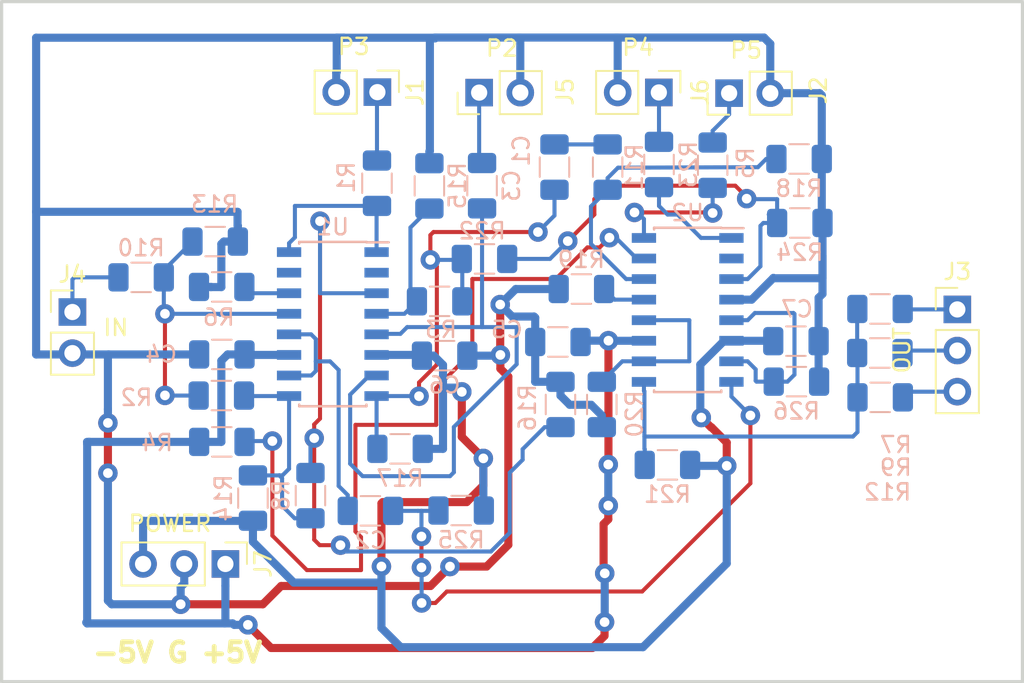
<source format=kicad_pcb>
(kicad_pcb (version 20171130) (host pcbnew "(5.0.2)-1")

  (general
    (thickness 1.6)
    (drawings 5)
    (tracks 424)
    (zones 0)
    (modules 42)
    (nets 35)
  )

  (page A4)
  (layers
    (0 F.Cu signal)
    (31 B.Cu signal)
    (32 B.Adhes user hide)
    (33 F.Adhes user hide)
    (34 B.Paste user hide)
    (35 F.Paste user hide)
    (36 B.SilkS user)
    (37 F.SilkS user)
    (38 B.Mask user hide)
    (39 F.Mask user hide)
    (40 Dwgs.User user hide)
    (41 Cmts.User user hide)
    (42 Eco1.User user hide)
    (43 Eco2.User user hide)
    (44 Edge.Cuts user)
    (45 Margin user hide)
    (46 B.CrtYd user)
    (47 F.CrtYd user)
    (48 B.Fab user hide)
    (49 F.Fab user)
  )

  (setup
    (last_trace_width 0.25)
    (trace_clearance 0.2)
    (zone_clearance 0.508)
    (zone_45_only no)
    (trace_min 0.2)
    (segment_width 0.2)
    (edge_width 0.1)
    (via_size 1.2)
    (via_drill 0.6)
    (via_min_size 0.4)
    (via_min_drill 0.3)
    (uvia_size 0.3)
    (uvia_drill 0.1)
    (uvias_allowed no)
    (uvia_min_size 0.2)
    (uvia_min_drill 0.1)
    (pcb_text_width 0.3)
    (pcb_text_size 1.5 1.5)
    (mod_edge_width 0.15)
    (mod_text_size 1 1)
    (mod_text_width 0.15)
    (pad_size 1.5 1.5)
    (pad_drill 0.6)
    (pad_to_mask_clearance 0)
    (solder_mask_min_width 0.25)
    (aux_axis_origin 0 0)
    (visible_elements 7FFFFFFF)
    (pcbplotparams
      (layerselection 0x010f0_ffffffff)
      (usegerberextensions false)
      (usegerberattributes false)
      (usegerberadvancedattributes false)
      (creategerberjobfile false)
      (excludeedgelayer false)
      (linewidth 0.100000)
      (plotframeref false)
      (viasonmask true)
      (mode 1)
      (useauxorigin false)
      (hpglpennumber 1)
      (hpglpenspeed 20)
      (hpglpendiameter 15.000000)
      (psnegative false)
      (psa4output false)
      (plotreference false)
      (plotvalue false)
      (plotinvisibletext false)
      (padsonsilk false)
      (subtractmaskfromsilk false)
      (outputformat 1)
      (mirror false)
      (drillshape 0)
      (scaleselection 1)
      (outputdirectory "gerber/"))
  )

  (net 0 "")
  (net 1 "Net-(C1-Pad1)")
  (net 2 "Net-(C1-Pad2)")
  (net 3 "Net-(C2-Pad1)")
  (net 4 "Net-(C2-Pad2)")
  (net 5 "Net-(C3-Pad2)")
  (net 6 "Net-(C3-Pad1)")
  (net 7 GND)
  (net 8 +5V)
  (net 9 -5V)
  (net 10 "Net-(J1-Pad1)")
  (net 11 "Net-(J2-Pad1)")
  (net 12 "Net-(J3-Pad3)")
  (net 13 "Net-(J3-Pad2)")
  (net 14 "Net-(J3-Pad1)")
  (net 15 "Net-(J4-Pad1)")
  (net 16 "Net-(J6-Pad1)")
  (net 17 "Net-(R1-Pad1)")
  (net 18 "Net-(R14-Pad1)")
  (net 19 "Net-(R10-Pad1)")
  (net 20 "Net-(R15-Pad1)")
  (net 21 "Net-(R4-Pad2)")
  (net 22 "Net-(R5-Pad2)")
  (net 23 "Net-(R6-Pad1)")
  (net 24 "Net-(R12-Pad2)")
  (net 25 "Net-(R16-Pad1)")
  (net 26 "Net-(R11-Pad1)")
  (net 27 "Net-(R19-Pad1)")
  (net 28 "Net-(R20-Pad1)")
  (net 29 "Net-(R22-Pad2)")
  (net 30 "Net-(R23-Pad1)")
  (net 31 "Net-(R26-Pad1)")
  (net 32 "Net-(U1-Pad15)")
  (net 33 "Net-(U1-Pad2)")
  (net 34 "Net-(U2-Pad2)")

  (net_class Default "Это класс цепей по умолчанию."
    (clearance 0.2)
    (trace_width 0.25)
    (via_dia 1.2)
    (via_drill 0.6)
    (uvia_dia 0.3)
    (uvia_drill 0.1)
    (add_net "Net-(C1-Pad1)")
    (add_net "Net-(C1-Pad2)")
    (add_net "Net-(C2-Pad1)")
    (add_net "Net-(C2-Pad2)")
    (add_net "Net-(C3-Pad1)")
    (add_net "Net-(C3-Pad2)")
    (add_net "Net-(J1-Pad1)")
    (add_net "Net-(J2-Pad1)")
    (add_net "Net-(J3-Pad1)")
    (add_net "Net-(J3-Pad2)")
    (add_net "Net-(J3-Pad3)")
    (add_net "Net-(J4-Pad1)")
    (add_net "Net-(J6-Pad1)")
    (add_net "Net-(R1-Pad1)")
    (add_net "Net-(R10-Pad1)")
    (add_net "Net-(R11-Pad1)")
    (add_net "Net-(R12-Pad2)")
    (add_net "Net-(R14-Pad1)")
    (add_net "Net-(R15-Pad1)")
    (add_net "Net-(R16-Pad1)")
    (add_net "Net-(R19-Pad1)")
    (add_net "Net-(R20-Pad1)")
    (add_net "Net-(R22-Pad2)")
    (add_net "Net-(R23-Pad1)")
    (add_net "Net-(R26-Pad1)")
    (add_net "Net-(R4-Pad2)")
    (add_net "Net-(R5-Pad2)")
    (add_net "Net-(R6-Pad1)")
    (add_net "Net-(U1-Pad15)")
    (add_net "Net-(U1-Pad2)")
    (add_net "Net-(U2-Pad2)")
  )

  (net_class power ""
    (clearance 0.2)
    (trace_width 0.5)
    (via_dia 1.2)
    (via_drill 0.6)
    (uvia_dia 0.3)
    (uvia_drill 0.1)
    (add_net +5V)
    (add_net -5V)
    (add_net GND)
  )

  (module footprint:SOIC-16 (layer B.Cu) (tedit 5CA47573) (tstamp 5CA4E148)
    (at 62.34 39.04 180)
    (descr "16-Lead Plastic Small Outline (SL) - Narrow, 3.90 mm Body [SOIC] (see Microchip Packaging Specification 00000049BS.pdf)")
    (tags "SOIC 1.27")
    (path /5CA42C53)
    (attr smd)
    (fp_text reference U2 (at 0 6 180) (layer B.SilkS)
      (effects (font (size 1 1) (thickness 0.15)) (justify mirror))
    )
    (fp_text value LM13700 (at 0 -6 180) (layer B.Fab)
      (effects (font (size 1 1) (thickness 0.15)) (justify mirror))
    )
    (fp_text user %R (at 0 0 180) (layer B.Fab)
      (effects (font (size 0.9 0.9) (thickness 0.135)) (justify mirror))
    )
    (fp_line (start -0.95 4.95) (end 1.95 4.95) (layer B.Fab) (width 0.15))
    (fp_line (start 1.95 4.95) (end 1.95 -4.95) (layer B.Fab) (width 0.15))
    (fp_line (start 1.95 -4.95) (end -1.95 -4.95) (layer B.Fab) (width 0.15))
    (fp_line (start -1.95 -4.95) (end -1.95 3.95) (layer B.Fab) (width 0.15))
    (fp_line (start -1.95 3.95) (end -0.95 4.95) (layer B.Fab) (width 0.15))
    (fp_line (start -3.7 5.25) (end -3.7 -5.25) (layer B.CrtYd) (width 0.05))
    (fp_line (start 3.7 5.25) (end 3.7 -5.25) (layer B.CrtYd) (width 0.05))
    (fp_line (start -3.7 5.25) (end 3.7 5.25) (layer B.CrtYd) (width 0.05))
    (fp_line (start -3.7 -5.25) (end 3.7 -5.25) (layer B.CrtYd) (width 0.05))
    (fp_line (start -2.075 5.075) (end -2.075 5.05) (layer B.SilkS) (width 0.15))
    (fp_line (start 2.075 5.075) (end 2.075 4.97) (layer B.SilkS) (width 0.15))
    (fp_line (start 2.075 -5.075) (end 2.075 -4.97) (layer B.SilkS) (width 0.15))
    (fp_line (start -2.075 -5.075) (end -2.075 -4.97) (layer B.SilkS) (width 0.15))
    (fp_line (start -2.075 5.075) (end 2.075 5.075) (layer B.SilkS) (width 0.15))
    (fp_line (start -2.075 -5.075) (end 2.075 -5.075) (layer B.SilkS) (width 0.15))
    (fp_line (start -2.075 5.05) (end -3.45 5.05) (layer B.SilkS) (width 0.15))
    (pad 1 smd rect (at -2.7 4.445 180) (size 1.5 0.6) (layers B.Cu B.Paste B.Mask)
      (net 30 "Net-(R23-Pad1)"))
    (pad 2 smd rect (at -2.7 3.175 180) (size 1.5 0.6) (layers B.Cu B.Paste B.Mask)
      (net 34 "Net-(U2-Pad2)"))
    (pad 3 smd rect (at -2.7 1.905 180) (size 1.5 0.6) (layers B.Cu B.Paste B.Mask)
      (net 29 "Net-(R22-Pad2)"))
    (pad 4 smd rect (at -2.7 0.635 180) (size 1.5 0.6) (layers B.Cu B.Paste B.Mask)
      (net 7 GND))
    (pad 5 smd rect (at -2.7 -0.635 180) (size 1.5 0.6) (layers B.Cu B.Paste B.Mask)
      (net 31 "Net-(R26-Pad1)"))
    (pad 6 smd rect (at -2.7 -1.905 180) (size 1.5 0.6) (layers B.Cu B.Paste B.Mask)
      (net 9 -5V))
    (pad 7 smd rect (at -2.7 -3.175 180) (size 1.5 0.6) (layers B.Cu B.Paste B.Mask)
      (net 31 "Net-(R26-Pad1)"))
    (pad 8 smd rect (at -2.7 -4.445 180) (size 1.5 0.6) (layers B.Cu B.Paste B.Mask)
      (net 4 "Net-(C2-Pad2)"))
    (pad 9 smd rect (at 2.7 -4.445 180) (size 1.5 0.6) (layers B.Cu B.Paste B.Mask)
      (net 24 "Net-(R12-Pad2)"))
    (pad 10 smd rect (at 2.7 -3.175 180) (size 1.5 0.6) (layers B.Cu B.Paste B.Mask)
      (net 28 "Net-(R20-Pad1)"))
    (pad 11 smd rect (at 2.7 -1.905 180) (size 1.5 0.6) (layers B.Cu B.Paste B.Mask)
      (net 8 +5V))
    (pad 12 smd rect (at 2.7 -0.635 180) (size 1.5 0.6) (layers B.Cu B.Paste B.Mask)
      (net 28 "Net-(R20-Pad1)"))
    (pad 13 smd rect (at 2.7 0.635 180) (size 1.5 0.6) (layers B.Cu B.Paste B.Mask)
      (net 27 "Net-(R19-Pad1)"))
    (pad 14 smd rect (at 2.7 1.905 180) (size 1.5 0.6) (layers B.Cu B.Paste B.Mask)
      (net 26 "Net-(R11-Pad1)"))
    (pad 15 smd rect (at 2.7 3.175 180) (size 1.5 0.6) (layers B.Cu B.Paste B.Mask)
      (net 21 "Net-(R4-Pad2)"))
    (pad 16 smd rect (at 2.7 4.445 180) (size 1.5 0.6) (layers B.Cu B.Paste B.Mask)
      (net 22 "Net-(R5-Pad2)"))
    (model ${KIPRJMOD}/footprint/3d/SOIC-16.step
      (at (xyz 0 0 0))
      (scale (xyz 1 1 1))
      (rotate (xyz 0 0 0))
    )
  )

  (module footprint:C_1206 (layer B.Cu) (tedit 5CA474EB) (tstamp 5CA4DE42)
    (at 54.12 30.22 270)
    (descr "Capacitor SMD 1206 (3216 Metric), square (rectangular) end terminal, IPC_7351 nominal, (Body size source: http://www.tortai-tech.com/upload/download/2011102023233369053.pdf), generated with kicad-footprint-generator")
    (tags capacitor)
    (path /5CA48E3B)
    (attr smd)
    (fp_text reference C1 (at -1.01 2.05 270) (layer B.SilkS)
      (effects (font (size 1 1) (thickness 0.15)) (justify mirror))
    )
    (fp_text value 4,7uF (at 0 -1.82 270) (layer B.Fab)
      (effects (font (size 1 1) (thickness 0.15)) (justify mirror))
    )
    (fp_line (start -1.6 -0.8) (end -1.6 0.8) (layer B.Fab) (width 0.1))
    (fp_line (start -1.6 0.8) (end 1.6 0.8) (layer B.Fab) (width 0.1))
    (fp_line (start 1.6 0.8) (end 1.6 -0.8) (layer B.Fab) (width 0.1))
    (fp_line (start 1.6 -0.8) (end -1.6 -0.8) (layer B.Fab) (width 0.1))
    (fp_line (start -0.602064 0.91) (end 0.602064 0.91) (layer B.SilkS) (width 0.12))
    (fp_line (start -0.602064 -0.91) (end 0.602064 -0.91) (layer B.SilkS) (width 0.12))
    (fp_line (start -2.28 -1.12) (end -2.28 1.12) (layer B.CrtYd) (width 0.05))
    (fp_line (start -2.28 1.12) (end 2.28 1.12) (layer B.CrtYd) (width 0.05))
    (fp_line (start 2.28 1.12) (end 2.28 -1.12) (layer B.CrtYd) (width 0.05))
    (fp_line (start 2.28 -1.12) (end -2.28 -1.12) (layer B.CrtYd) (width 0.05))
    (fp_text user %R (at -0.121 1.669 270) (layer B.Fab)
      (effects (font (size 0.8 0.8) (thickness 0.12)) (justify mirror))
    )
    (pad 1 smd roundrect (at -1.4 0 270) (size 1.25 1.75) (layers B.Cu B.Paste B.Mask) (roundrect_rratio 0.2)
      (net 1 "Net-(C1-Pad1)"))
    (pad 2 smd roundrect (at 1.4 0 270) (size 1.25 1.75) (layers B.Cu B.Paste B.Mask) (roundrect_rratio 0.2)
      (net 2 "Net-(C1-Pad2)"))
    (model ${KIPRJMOD}/footprint/3d/C_1206_3216Metric.wrl
      (at (xyz 0 0 0))
      (scale (xyz 1 1 1))
      (rotate (xyz 0 0 0))
    )
    (model ${KIPRJMOD}/footprint/3d/C_1206.step
      (at (xyz 0 0 0))
      (scale (xyz 1 1 1))
      (rotate (xyz 0 0 0))
    )
  )

  (module footprint:C_1206 (layer B.Cu) (tedit 5CA474EB) (tstamp 5CA4DE53)
    (at 42.76 51.45)
    (descr "Capacitor SMD 1206 (3216 Metric), square (rectangular) end terminal, IPC_7351 nominal, (Body size source: http://www.tortai-tech.com/upload/download/2011102023233369053.pdf), generated with kicad-footprint-generator")
    (tags capacitor)
    (path /5CA4C524)
    (attr smd)
    (fp_text reference C2 (at 0 1.82) (layer B.SilkS)
      (effects (font (size 1 1) (thickness 0.15)) (justify mirror))
    )
    (fp_text value "2000 pF" (at 0 -1.82) (layer B.Fab)
      (effects (font (size 1 1) (thickness 0.15)) (justify mirror))
    )
    (fp_line (start -1.6 -0.8) (end -1.6 0.8) (layer B.Fab) (width 0.1))
    (fp_line (start -1.6 0.8) (end 1.6 0.8) (layer B.Fab) (width 0.1))
    (fp_line (start 1.6 0.8) (end 1.6 -0.8) (layer B.Fab) (width 0.1))
    (fp_line (start 1.6 -0.8) (end -1.6 -0.8) (layer B.Fab) (width 0.1))
    (fp_line (start -0.602064 0.91) (end 0.602064 0.91) (layer B.SilkS) (width 0.12))
    (fp_line (start -0.602064 -0.91) (end 0.602064 -0.91) (layer B.SilkS) (width 0.12))
    (fp_line (start -2.28 -1.12) (end -2.28 1.12) (layer B.CrtYd) (width 0.05))
    (fp_line (start -2.28 1.12) (end 2.28 1.12) (layer B.CrtYd) (width 0.05))
    (fp_line (start 2.28 1.12) (end 2.28 -1.12) (layer B.CrtYd) (width 0.05))
    (fp_line (start 2.28 -1.12) (end -2.28 -1.12) (layer B.CrtYd) (width 0.05))
    (fp_text user %R (at 0 0) (layer B.Fab)
      (effects (font (size 0.8 0.8) (thickness 0.12)) (justify mirror))
    )
    (pad 1 smd roundrect (at -1.4 0) (size 1.25 1.75) (layers B.Cu B.Paste B.Mask) (roundrect_rratio 0.2)
      (net 3 "Net-(C2-Pad1)"))
    (pad 2 smd roundrect (at 1.4 0) (size 1.25 1.75) (layers B.Cu B.Paste B.Mask) (roundrect_rratio 0.2)
      (net 4 "Net-(C2-Pad2)"))
    (model ${KIPRJMOD}/footprint/3d/C_1206_3216Metric.wrl
      (at (xyz 0 0 0))
      (scale (xyz 1 1 1))
      (rotate (xyz 0 0 0))
    )
    (model ${KIPRJMOD}/footprint/3d/C_1206.step
      (at (xyz 0 0 0))
      (scale (xyz 1 1 1))
      (rotate (xyz 0 0 0))
    )
  )

  (module footprint:C_1206 (layer B.Cu) (tedit 5CA474EB) (tstamp 5CA4DE64)
    (at 49.65 31.37 90)
    (descr "Capacitor SMD 1206 (3216 Metric), square (rectangular) end terminal, IPC_7351 nominal, (Body size source: http://www.tortai-tech.com/upload/download/2011102023233369053.pdf), generated with kicad-footprint-generator")
    (tags capacitor)
    (path /5CA500B3)
    (attr smd)
    (fp_text reference C3 (at 0 1.82 90) (layer B.SilkS)
      (effects (font (size 1 1) (thickness 0.15)) (justify mirror))
    )
    (fp_text value 2000pF (at 0 -1.82 90) (layer B.Fab)
      (effects (font (size 1 1) (thickness 0.15)) (justify mirror))
    )
    (fp_text user %R (at 0.001 1.785 90) (layer B.Fab)
      (effects (font (size 0.8 0.8) (thickness 0.12)) (justify mirror))
    )
    (fp_line (start 2.28 -1.12) (end -2.28 -1.12) (layer B.CrtYd) (width 0.05))
    (fp_line (start 2.28 1.12) (end 2.28 -1.12) (layer B.CrtYd) (width 0.05))
    (fp_line (start -2.28 1.12) (end 2.28 1.12) (layer B.CrtYd) (width 0.05))
    (fp_line (start -2.28 -1.12) (end -2.28 1.12) (layer B.CrtYd) (width 0.05))
    (fp_line (start -0.602064 -0.91) (end 0.602064 -0.91) (layer B.SilkS) (width 0.12))
    (fp_line (start -0.602064 0.91) (end 0.602064 0.91) (layer B.SilkS) (width 0.12))
    (fp_line (start 1.6 -0.8) (end -1.6 -0.8) (layer B.Fab) (width 0.1))
    (fp_line (start 1.6 0.8) (end 1.6 -0.8) (layer B.Fab) (width 0.1))
    (fp_line (start -1.6 0.8) (end 1.6 0.8) (layer B.Fab) (width 0.1))
    (fp_line (start -1.6 -0.8) (end -1.6 0.8) (layer B.Fab) (width 0.1))
    (pad 2 smd roundrect (at 1.4 0 90) (size 1.25 1.75) (layers B.Cu B.Paste B.Mask) (roundrect_rratio 0.2)
      (net 5 "Net-(C3-Pad2)"))
    (pad 1 smd roundrect (at -1.4 0 90) (size 1.25 1.75) (layers B.Cu B.Paste B.Mask) (roundrect_rratio 0.2)
      (net 6 "Net-(C3-Pad1)"))
    (model ${KIPRJMOD}/footprint/3d/C_1206_3216Metric.wrl
      (at (xyz 0 0 0))
      (scale (xyz 1 1 1))
      (rotate (xyz 0 0 0))
    )
    (model ${KIPRJMOD}/footprint/3d/C_1206.step
      (at (xyz 0 0 0))
      (scale (xyz 1 1 1))
      (rotate (xyz 0 0 0))
    )
  )

  (module footprint:C_1206 (layer B.Cu) (tedit 5CA474EB) (tstamp 5CA4DE75)
    (at 33.59 41.79)
    (descr "Capacitor SMD 1206 (3216 Metric), square (rectangular) end terminal, IPC_7351 nominal, (Body size source: http://www.tortai-tech.com/upload/download/2011102023233369053.pdf), generated with kicad-footprint-generator")
    (tags capacitor)
    (path /5CABB500)
    (attr smd)
    (fp_text reference C4 (at -3.745 -0.007) (layer B.SilkS)
      (effects (font (size 1 1) (thickness 0.15)) (justify mirror))
    )
    (fp_text value 0.1uF (at 0 -1.82) (layer B.Fab)
      (effects (font (size 1 1) (thickness 0.15)) (justify mirror))
    )
    (fp_line (start -1.6 -0.8) (end -1.6 0.8) (layer B.Fab) (width 0.1))
    (fp_line (start -1.6 0.8) (end 1.6 0.8) (layer B.Fab) (width 0.1))
    (fp_line (start 1.6 0.8) (end 1.6 -0.8) (layer B.Fab) (width 0.1))
    (fp_line (start 1.6 -0.8) (end -1.6 -0.8) (layer B.Fab) (width 0.1))
    (fp_line (start -0.602064 0.91) (end 0.602064 0.91) (layer B.SilkS) (width 0.12))
    (fp_line (start -0.602064 -0.91) (end 0.602064 -0.91) (layer B.SilkS) (width 0.12))
    (fp_line (start -2.28 -1.12) (end -2.28 1.12) (layer B.CrtYd) (width 0.05))
    (fp_line (start -2.28 1.12) (end 2.28 1.12) (layer B.CrtYd) (width 0.05))
    (fp_line (start 2.28 1.12) (end 2.28 -1.12) (layer B.CrtYd) (width 0.05))
    (fp_line (start 2.28 -1.12) (end -2.28 -1.12) (layer B.CrtYd) (width 0.05))
    (fp_text user %R (at 0 0) (layer B.Fab)
      (effects (font (size 0.8 0.8) (thickness 0.12)) (justify mirror))
    )
    (pad 1 smd roundrect (at -1.4 0) (size 1.25 1.75) (layers B.Cu B.Paste B.Mask) (roundrect_rratio 0.2)
      (net 7 GND))
    (pad 2 smd roundrect (at 1.4 0) (size 1.25 1.75) (layers B.Cu B.Paste B.Mask) (roundrect_rratio 0.2)
      (net 8 +5V))
    (model ${KIPRJMOD}/footprint/3d/C_1206_3216Metric.wrl
      (at (xyz 0 0 0))
      (scale (xyz 1 1 1))
      (rotate (xyz 0 0 0))
    )
    (model ${KIPRJMOD}/footprint/3d/C_1206.step
      (at (xyz 0 0 0))
      (scale (xyz 1 1 1))
      (rotate (xyz 0 0 0))
    )
  )

  (module footprint:C_1206 (layer B.Cu) (tedit 5CA474EB) (tstamp 5CA4DE86)
    (at 54.33 41.02)
    (descr "Capacitor SMD 1206 (3216 Metric), square (rectangular) end terminal, IPC_7351 nominal, (Body size source: http://www.tortai-tech.com/upload/download/2011102023233369053.pdf), generated with kicad-footprint-generator")
    (tags capacitor)
    (path /5CABB447)
    (attr smd)
    (fp_text reference C5 (at -3.149 -0.761) (layer B.SilkS)
      (effects (font (size 1 1) (thickness 0.15)) (justify mirror))
    )
    (fp_text value 0.1uF (at 0 -1.82) (layer B.Fab)
      (effects (font (size 1 1) (thickness 0.15)) (justify mirror))
    )
    (fp_text user %R (at 0.28 -1.65) (layer B.Fab)
      (effects (font (size 0.8 0.8) (thickness 0.12)) (justify mirror))
    )
    (fp_line (start 2.28 -1.12) (end -2.28 -1.12) (layer B.CrtYd) (width 0.05))
    (fp_line (start 2.28 1.12) (end 2.28 -1.12) (layer B.CrtYd) (width 0.05))
    (fp_line (start -2.28 1.12) (end 2.28 1.12) (layer B.CrtYd) (width 0.05))
    (fp_line (start -2.28 -1.12) (end -2.28 1.12) (layer B.CrtYd) (width 0.05))
    (fp_line (start -0.602064 -0.91) (end 0.602064 -0.91) (layer B.SilkS) (width 0.12))
    (fp_line (start -0.602064 0.91) (end 0.602064 0.91) (layer B.SilkS) (width 0.12))
    (fp_line (start 1.6 -0.8) (end -1.6 -0.8) (layer B.Fab) (width 0.1))
    (fp_line (start 1.6 0.8) (end 1.6 -0.8) (layer B.Fab) (width 0.1))
    (fp_line (start -1.6 0.8) (end 1.6 0.8) (layer B.Fab) (width 0.1))
    (fp_line (start -1.6 -0.8) (end -1.6 0.8) (layer B.Fab) (width 0.1))
    (pad 2 smd roundrect (at 1.4 0) (size 1.25 1.75) (layers B.Cu B.Paste B.Mask) (roundrect_rratio 0.2)
      (net 8 +5V))
    (pad 1 smd roundrect (at -1.4 0) (size 1.25 1.75) (layers B.Cu B.Paste B.Mask) (roundrect_rratio 0.2)
      (net 7 GND))
    (model ${KIPRJMOD}/footprint/3d/C_1206_3216Metric.wrl
      (at (xyz 0 0 0))
      (scale (xyz 1 1 1))
      (rotate (xyz 0 0 0))
    )
    (model ${KIPRJMOD}/footprint/3d/C_1206.step
      (at (xyz 0 0 0))
      (scale (xyz 1 1 1))
      (rotate (xyz 0 0 0))
    )
  )

  (module footprint:C_1206 (layer B.Cu) (tedit 5CA474EB) (tstamp 5CA4DE97)
    (at 47.34 41.865)
    (descr "Capacitor SMD 1206 (3216 Metric), square (rectangular) end terminal, IPC_7351 nominal, (Body size source: http://www.tortai-tech.com/upload/download/2011102023233369053.pdf), generated with kicad-footprint-generator")
    (tags capacitor)
    (path /5CABB5BE)
    (attr smd)
    (fp_text reference C6 (at 0 1.82) (layer B.SilkS)
      (effects (font (size 1 1) (thickness 0.15)) (justify mirror))
    )
    (fp_text value 0.1uF (at 0 -1.82) (layer B.Fab)
      (effects (font (size 1 1) (thickness 0.15)) (justify mirror))
    )
    (fp_text user %R (at 0 0) (layer B.Fab)
      (effects (font (size 0.8 0.8) (thickness 0.12)) (justify mirror))
    )
    (fp_line (start 2.28 -1.12) (end -2.28 -1.12) (layer B.CrtYd) (width 0.05))
    (fp_line (start 2.28 1.12) (end 2.28 -1.12) (layer B.CrtYd) (width 0.05))
    (fp_line (start -2.28 1.12) (end 2.28 1.12) (layer B.CrtYd) (width 0.05))
    (fp_line (start -2.28 -1.12) (end -2.28 1.12) (layer B.CrtYd) (width 0.05))
    (fp_line (start -0.602064 -0.91) (end 0.602064 -0.91) (layer B.SilkS) (width 0.12))
    (fp_line (start -0.602064 0.91) (end 0.602064 0.91) (layer B.SilkS) (width 0.12))
    (fp_line (start 1.6 -0.8) (end -1.6 -0.8) (layer B.Fab) (width 0.1))
    (fp_line (start 1.6 0.8) (end 1.6 -0.8) (layer B.Fab) (width 0.1))
    (fp_line (start -1.6 0.8) (end 1.6 0.8) (layer B.Fab) (width 0.1))
    (fp_line (start -1.6 -0.8) (end -1.6 0.8) (layer B.Fab) (width 0.1))
    (pad 2 smd roundrect (at 1.4 0) (size 1.25 1.75) (layers B.Cu B.Paste B.Mask) (roundrect_rratio 0.2)
      (net 7 GND))
    (pad 1 smd roundrect (at -1.4 0) (size 1.25 1.75) (layers B.Cu B.Paste B.Mask) (roundrect_rratio 0.2)
      (net 9 -5V))
    (model ${KIPRJMOD}/footprint/3d/C_1206_3216Metric.wrl
      (at (xyz 0 0 0))
      (scale (xyz 1 1 1))
      (rotate (xyz 0 0 0))
    )
    (model ${KIPRJMOD}/footprint/3d/C_1206.step
      (at (xyz 0 0 0))
      (scale (xyz 1 1 1))
      (rotate (xyz 0 0 0))
    )
  )

  (module footprint:C_1206 (layer B.Cu) (tedit 5CA474EB) (tstamp 5CA4DEA8)
    (at 69.02 40.97)
    (descr "Capacitor SMD 1206 (3216 Metric), square (rectangular) end terminal, IPC_7351 nominal, (Body size source: http://www.tortai-tech.com/upload/download/2011102023233369053.pdf), generated with kicad-footprint-generator")
    (tags capacitor)
    (path /5CABB685)
    (attr smd)
    (fp_text reference C7 (at 0.068 -1.981) (layer B.SilkS)
      (effects (font (size 1 1) (thickness 0.15)) (justify mirror))
    )
    (fp_text value 0.1uF (at 0 -1.82) (layer B.Fab)
      (effects (font (size 1 1) (thickness 0.15)) (justify mirror))
    )
    (fp_line (start -1.6 -0.8) (end -1.6 0.8) (layer B.Fab) (width 0.1))
    (fp_line (start -1.6 0.8) (end 1.6 0.8) (layer B.Fab) (width 0.1))
    (fp_line (start 1.6 0.8) (end 1.6 -0.8) (layer B.Fab) (width 0.1))
    (fp_line (start 1.6 -0.8) (end -1.6 -0.8) (layer B.Fab) (width 0.1))
    (fp_line (start -0.602064 0.91) (end 0.602064 0.91) (layer B.SilkS) (width 0.12))
    (fp_line (start -0.602064 -0.91) (end 0.602064 -0.91) (layer B.SilkS) (width 0.12))
    (fp_line (start -2.28 -1.12) (end -2.28 1.12) (layer B.CrtYd) (width 0.05))
    (fp_line (start -2.28 1.12) (end 2.28 1.12) (layer B.CrtYd) (width 0.05))
    (fp_line (start 2.28 1.12) (end 2.28 -1.12) (layer B.CrtYd) (width 0.05))
    (fp_line (start 2.28 -1.12) (end -2.28 -1.12) (layer B.CrtYd) (width 0.05))
    (fp_text user %R (at 0.322 4.369) (layer B.Fab)
      (effects (font (size 0.8 0.8) (thickness 0.12)) (justify mirror))
    )
    (pad 1 smd roundrect (at -1.4 0) (size 1.25 1.75) (layers B.Cu B.Paste B.Mask) (roundrect_rratio 0.2)
      (net 9 -5V))
    (pad 2 smd roundrect (at 1.4 0) (size 1.25 1.75) (layers B.Cu B.Paste B.Mask) (roundrect_rratio 0.2)
      (net 7 GND))
    (model ${KIPRJMOD}/footprint/3d/C_1206_3216Metric.wrl
      (at (xyz 0 0 0))
      (scale (xyz 1 1 1))
      (rotate (xyz 0 0 0))
    )
    (model ${KIPRJMOD}/footprint/3d/C_1206.step
      (at (xyz 0 0 0))
      (scale (xyz 1 1 1))
      (rotate (xyz 0 0 0))
    )
  )

  (module footprint:pin_1x2V (layer F.Cu) (tedit 5CA4EEEB) (tstamp 5CA4DEBE)
    (at 43.19 25.59 270)
    (descr "Through hole straight pin header, 1x02, 2.54mm pitch, single row")
    (tags "Through hole pin header THT 1x02 2.54mm single row")
    (path /5CA8299F)
    (fp_text reference J1 (at 0 -2.33 270) (layer F.SilkS)
      (effects (font (size 1 1) (thickness 0.15)))
    )
    (fp_text value P3 (at -2.81 1.46) (layer F.SilkS)
      (effects (font (size 1 1) (thickness 0.15)))
    )
    (fp_text user %R (at 0 1.27) (layer F.Fab)
      (effects (font (size 1 1) (thickness 0.15)))
    )
    (fp_line (start 1.8 -1.8) (end -1.8 -1.8) (layer F.CrtYd) (width 0.05))
    (fp_line (start 1.8 4.35) (end 1.8 -1.8) (layer F.CrtYd) (width 0.05))
    (fp_line (start -1.8 4.35) (end 1.8 4.35) (layer F.CrtYd) (width 0.05))
    (fp_line (start -1.8 -1.8) (end -1.8 4.35) (layer F.CrtYd) (width 0.05))
    (fp_line (start -1.33 -1.33) (end 0 -1.33) (layer F.SilkS) (width 0.12))
    (fp_line (start -1.33 0) (end -1.33 -1.33) (layer F.SilkS) (width 0.12))
    (fp_line (start -1.33 1.27) (end 1.33 1.27) (layer F.SilkS) (width 0.12))
    (fp_line (start 1.33 1.27) (end 1.33 3.87) (layer F.SilkS) (width 0.12))
    (fp_line (start -1.33 1.27) (end -1.33 3.87) (layer F.SilkS) (width 0.12))
    (fp_line (start -1.33 3.87) (end 1.33 3.87) (layer F.SilkS) (width 0.12))
    (fp_line (start -1.27 -0.635) (end -0.635 -1.27) (layer F.Fab) (width 0.1))
    (fp_line (start -1.27 3.81) (end -1.27 -0.635) (layer F.Fab) (width 0.1))
    (fp_line (start 1.27 3.81) (end -1.27 3.81) (layer F.Fab) (width 0.1))
    (fp_line (start 1.27 -1.27) (end 1.27 3.81) (layer F.Fab) (width 0.1))
    (fp_line (start -0.635 -1.27) (end 1.27 -1.27) (layer F.Fab) (width 0.1))
    (pad 2 thru_hole oval (at 0 2.54 270) (size 1.7 1.7) (drill 1) (layers *.Cu *.Mask)
      (net 7 GND))
    (pad 1 thru_hole rect (at 0 0 270) (size 1.7 1.7) (drill 1) (layers *.Cu *.Mask)
      (net 10 "Net-(J1-Pad1)"))
    (model ${KIPRJMOD}/footprint/3d/pin_1x2V.step
      (at (xyz 0 0 0))
      (scale (xyz 1 1 1))
      (rotate (xyz 0 0 0))
    )
  )

  (module footprint:pin_1x2V (layer F.Cu) (tedit 5CA4EF9B) (tstamp 5CA4DED4)
    (at 64.897 25.654 90)
    (descr "Through hole straight pin header, 1x02, 2.54mm pitch, single row")
    (tags "Through hole pin header THT 1x02 2.54mm single row")
    (path /5CA8D3C6)
    (fp_text reference J2 (at 0.17 5.51 90) (layer F.SilkS)
      (effects (font (size 1 1) (thickness 0.15)))
    )
    (fp_text value P5 (at 2.65 1.05 -180) (layer F.SilkS)
      (effects (font (size 1 1) (thickness 0.15)))
    )
    (fp_text user %R (at 0 1.27 -180) (layer F.Fab)
      (effects (font (size 1 1) (thickness 0.15)))
    )
    (fp_line (start 1.8 -1.8) (end -1.8 -1.8) (layer F.CrtYd) (width 0.05))
    (fp_line (start 1.8 4.35) (end 1.8 -1.8) (layer F.CrtYd) (width 0.05))
    (fp_line (start -1.8 4.35) (end 1.8 4.35) (layer F.CrtYd) (width 0.05))
    (fp_line (start -1.8 -1.8) (end -1.8 4.35) (layer F.CrtYd) (width 0.05))
    (fp_line (start -1.33 -1.33) (end 0 -1.33) (layer F.SilkS) (width 0.12))
    (fp_line (start -1.33 0) (end -1.33 -1.33) (layer F.SilkS) (width 0.12))
    (fp_line (start -1.33 1.27) (end 1.33 1.27) (layer F.SilkS) (width 0.12))
    (fp_line (start 1.33 1.27) (end 1.33 3.87) (layer F.SilkS) (width 0.12))
    (fp_line (start -1.33 1.27) (end -1.33 3.87) (layer F.SilkS) (width 0.12))
    (fp_line (start -1.33 3.87) (end 1.33 3.87) (layer F.SilkS) (width 0.12))
    (fp_line (start -1.27 -0.635) (end -0.635 -1.27) (layer F.Fab) (width 0.1))
    (fp_line (start -1.27 3.81) (end -1.27 -0.635) (layer F.Fab) (width 0.1))
    (fp_line (start 1.27 3.81) (end -1.27 3.81) (layer F.Fab) (width 0.1))
    (fp_line (start 1.27 -1.27) (end 1.27 3.81) (layer F.Fab) (width 0.1))
    (fp_line (start -0.635 -1.27) (end 1.27 -1.27) (layer F.Fab) (width 0.1))
    (pad 2 thru_hole oval (at 0 2.54 90) (size 1.7 1.7) (drill 1) (layers *.Cu *.Mask)
      (net 7 GND))
    (pad 1 thru_hole rect (at 0 0 90) (size 1.7 1.7) (drill 1) (layers *.Cu *.Mask)
      (net 11 "Net-(J2-Pad1)"))
    (model ${KIPRJMOD}/footprint/3d/pin_1x2V.step
      (at (xyz 0 0 0))
      (scale (xyz 1 1 1))
      (rotate (xyz 0 0 0))
    )
  )

  (module footprint:pin_1x3V (layer F.Cu) (tedit 5CA4EECE) (tstamp 5CA4DEEB)
    (at 78.98 39.01)
    (descr "Through hole straight pin header, 1x03, 2.54mm pitch, single row")
    (tags "Through hole pin header THT 1x03 2.54mm single row")
    (path /5CA92645)
    (fp_text reference J3 (at 0 -2.33) (layer F.SilkS)
      (effects (font (size 1 1) (thickness 0.15)))
    )
    (fp_text value OUT (at -3.415 2.519 90) (layer F.SilkS)
      (effects (font (size 1 1) (thickness 0.15)))
    )
    (fp_text user %R (at 0 2.54 90) (layer F.Fab)
      (effects (font (size 1 1) (thickness 0.15)))
    )
    (fp_line (start 1.8 -1.8) (end -1.8 -1.8) (layer F.CrtYd) (width 0.05))
    (fp_line (start 1.8 6.85) (end 1.8 -1.8) (layer F.CrtYd) (width 0.05))
    (fp_line (start -1.8 6.85) (end 1.8 6.85) (layer F.CrtYd) (width 0.05))
    (fp_line (start -1.8 -1.8) (end -1.8 6.85) (layer F.CrtYd) (width 0.05))
    (fp_line (start -1.33 -1.33) (end 0 -1.33) (layer F.SilkS) (width 0.12))
    (fp_line (start -1.33 0) (end -1.33 -1.33) (layer F.SilkS) (width 0.12))
    (fp_line (start -1.33 1.27) (end 1.33 1.27) (layer F.SilkS) (width 0.12))
    (fp_line (start 1.33 1.27) (end 1.33 6.41) (layer F.SilkS) (width 0.12))
    (fp_line (start -1.33 1.27) (end -1.33 6.41) (layer F.SilkS) (width 0.12))
    (fp_line (start -1.33 6.41) (end 1.33 6.41) (layer F.SilkS) (width 0.12))
    (fp_line (start -1.27 -0.635) (end -0.635 -1.27) (layer F.Fab) (width 0.1))
    (fp_line (start -1.27 6.35) (end -1.27 -0.635) (layer F.Fab) (width 0.1))
    (fp_line (start 1.27 6.35) (end -1.27 6.35) (layer F.Fab) (width 0.1))
    (fp_line (start 1.27 -1.27) (end 1.27 6.35) (layer F.Fab) (width 0.1))
    (fp_line (start -0.635 -1.27) (end 1.27 -1.27) (layer F.Fab) (width 0.1))
    (pad 3 thru_hole oval (at 0 5.08) (size 1.7 1.7) (drill 1) (layers *.Cu *.Mask)
      (net 12 "Net-(J3-Pad3)"))
    (pad 2 thru_hole oval (at 0 2.54) (size 1.7 1.7) (drill 1) (layers *.Cu *.Mask)
      (net 13 "Net-(J3-Pad2)"))
    (pad 1 thru_hole rect (at 0 0) (size 1.7 1.7) (drill 1) (layers *.Cu *.Mask)
      (net 14 "Net-(J3-Pad1)"))
    (model ${KIPRJMOD}/footprint/3d/pin_1x3V.step
      (at (xyz 0 0 0))
      (scale (xyz 1 1 1))
      (rotate (xyz 0 0 0))
    )
  )

  (module footprint:pin_1x2V (layer F.Cu) (tedit 5CA4EEF3) (tstamp 5CA4DF01)
    (at 24.37 39.17)
    (descr "Through hole straight pin header, 1x02, 2.54mm pitch, single row")
    (tags "Through hole pin header THT 1x02 2.54mm single row")
    (path /5CA79D07)
    (fp_text reference J4 (at 0 -2.33) (layer F.SilkS)
      (effects (font (size 1 1) (thickness 0.15)))
    )
    (fp_text value IN (at 2.681 0.962 180) (layer F.SilkS)
      (effects (font (size 1 1) (thickness 0.15)))
    )
    (fp_line (start -0.635 -1.27) (end 1.27 -1.27) (layer F.Fab) (width 0.1))
    (fp_line (start 1.27 -1.27) (end 1.27 3.81) (layer F.Fab) (width 0.1))
    (fp_line (start 1.27 3.81) (end -1.27 3.81) (layer F.Fab) (width 0.1))
    (fp_line (start -1.27 3.81) (end -1.27 -0.635) (layer F.Fab) (width 0.1))
    (fp_line (start -1.27 -0.635) (end -0.635 -1.27) (layer F.Fab) (width 0.1))
    (fp_line (start -1.33 3.87) (end 1.33 3.87) (layer F.SilkS) (width 0.12))
    (fp_line (start -1.33 1.27) (end -1.33 3.87) (layer F.SilkS) (width 0.12))
    (fp_line (start 1.33 1.27) (end 1.33 3.87) (layer F.SilkS) (width 0.12))
    (fp_line (start -1.33 1.27) (end 1.33 1.27) (layer F.SilkS) (width 0.12))
    (fp_line (start -1.33 0) (end -1.33 -1.33) (layer F.SilkS) (width 0.12))
    (fp_line (start -1.33 -1.33) (end 0 -1.33) (layer F.SilkS) (width 0.12))
    (fp_line (start -1.8 -1.8) (end -1.8 4.35) (layer F.CrtYd) (width 0.05))
    (fp_line (start -1.8 4.35) (end 1.8 4.35) (layer F.CrtYd) (width 0.05))
    (fp_line (start 1.8 4.35) (end 1.8 -1.8) (layer F.CrtYd) (width 0.05))
    (fp_line (start 1.8 -1.8) (end -1.8 -1.8) (layer F.CrtYd) (width 0.05))
    (fp_text user %R (at 0 1.27 90) (layer F.Fab)
      (effects (font (size 1 1) (thickness 0.15)))
    )
    (pad 1 thru_hole rect (at 0 0) (size 1.7 1.7) (drill 1) (layers *.Cu *.Mask)
      (net 15 "Net-(J4-Pad1)"))
    (pad 2 thru_hole oval (at 0 2.54) (size 1.7 1.7) (drill 1) (layers *.Cu *.Mask)
      (net 7 GND))
    (model ${KIPRJMOD}/footprint/3d/pin_1x2V.step
      (at (xyz 0 0 0))
      (scale (xyz 1 1 1))
      (rotate (xyz 0 0 0))
    )
  )

  (module footprint:pin_1x2V (layer F.Cu) (tedit 5CA4EEDF) (tstamp 5CA4DF17)
    (at 49.47 25.62 90)
    (descr "Through hole straight pin header, 1x02, 2.54mm pitch, single row")
    (tags "Through hole pin header THT 1x02 2.54mm single row")
    (path /5CA87E62)
    (fp_text reference J5 (at 0.05 5.31 90) (layer F.SilkS)
      (effects (font (size 1 1) (thickness 0.15)))
    )
    (fp_text value P2 (at 2.74 1.4) (layer F.SilkS)
      (effects (font (size 1 1) (thickness 0.15)))
    )
    (fp_line (start -0.635 -1.27) (end 1.27 -1.27) (layer F.Fab) (width 0.1))
    (fp_line (start 1.27 -1.27) (end 1.27 3.81) (layer F.Fab) (width 0.1))
    (fp_line (start 1.27 3.81) (end -1.27 3.81) (layer F.Fab) (width 0.1))
    (fp_line (start -1.27 3.81) (end -1.27 -0.635) (layer F.Fab) (width 0.1))
    (fp_line (start -1.27 -0.635) (end -0.635 -1.27) (layer F.Fab) (width 0.1))
    (fp_line (start -1.33 3.87) (end 1.33 3.87) (layer F.SilkS) (width 0.12))
    (fp_line (start -1.33 1.27) (end -1.33 3.87) (layer F.SilkS) (width 0.12))
    (fp_line (start 1.33 1.27) (end 1.33 3.87) (layer F.SilkS) (width 0.12))
    (fp_line (start -1.33 1.27) (end 1.33 1.27) (layer F.SilkS) (width 0.12))
    (fp_line (start -1.33 0) (end -1.33 -1.33) (layer F.SilkS) (width 0.12))
    (fp_line (start -1.33 -1.33) (end 0 -1.33) (layer F.SilkS) (width 0.12))
    (fp_line (start -1.8 -1.8) (end -1.8 4.35) (layer F.CrtYd) (width 0.05))
    (fp_line (start -1.8 4.35) (end 1.8 4.35) (layer F.CrtYd) (width 0.05))
    (fp_line (start 1.8 4.35) (end 1.8 -1.8) (layer F.CrtYd) (width 0.05))
    (fp_line (start 1.8 -1.8) (end -1.8 -1.8) (layer F.CrtYd) (width 0.05))
    (fp_text user %R (at 0 1.27 180) (layer F.Fab)
      (effects (font (size 1 1) (thickness 0.15)))
    )
    (pad 1 thru_hole rect (at 0 0 90) (size 1.7 1.7) (drill 1) (layers *.Cu *.Mask)
      (net 5 "Net-(C3-Pad2)"))
    (pad 2 thru_hole oval (at 0 2.54 90) (size 1.7 1.7) (drill 1) (layers *.Cu *.Mask)
      (net 7 GND))
    (model ${KIPRJMOD}/footprint/3d/pin_1x2V.step
      (at (xyz 0 0 0))
      (scale (xyz 1 1 1))
      (rotate (xyz 0 0 0))
    )
  )

  (module footprint:pin_1x2V (layer F.Cu) (tedit 5CA4EED7) (tstamp 5CA4DF2D)
    (at 60.56 25.61 270)
    (descr "Through hole straight pin header, 1x02, 2.54mm pitch, single row")
    (tags "Through hole pin header THT 1x02 2.54mm single row")
    (path /5CA9DDE3)
    (fp_text reference J6 (at 0.01 -2.55 270) (layer F.SilkS)
      (effects (font (size 1 1) (thickness 0.15)))
    )
    (fp_text value P4 (at -2.78 1.28) (layer F.SilkS)
      (effects (font (size 1 1) (thickness 0.15)))
    )
    (fp_line (start -0.635 -1.27) (end 1.27 -1.27) (layer F.Fab) (width 0.1))
    (fp_line (start 1.27 -1.27) (end 1.27 3.81) (layer F.Fab) (width 0.1))
    (fp_line (start 1.27 3.81) (end -1.27 3.81) (layer F.Fab) (width 0.1))
    (fp_line (start -1.27 3.81) (end -1.27 -0.635) (layer F.Fab) (width 0.1))
    (fp_line (start -1.27 -0.635) (end -0.635 -1.27) (layer F.Fab) (width 0.1))
    (fp_line (start -1.33 3.87) (end 1.33 3.87) (layer F.SilkS) (width 0.12))
    (fp_line (start -1.33 1.27) (end -1.33 3.87) (layer F.SilkS) (width 0.12))
    (fp_line (start 1.33 1.27) (end 1.33 3.87) (layer F.SilkS) (width 0.12))
    (fp_line (start -1.33 1.27) (end 1.33 1.27) (layer F.SilkS) (width 0.12))
    (fp_line (start -1.33 0) (end -1.33 -1.33) (layer F.SilkS) (width 0.12))
    (fp_line (start -1.33 -1.33) (end 0 -1.33) (layer F.SilkS) (width 0.12))
    (fp_line (start -1.8 -1.8) (end -1.8 4.35) (layer F.CrtYd) (width 0.05))
    (fp_line (start -1.8 4.35) (end 1.8 4.35) (layer F.CrtYd) (width 0.05))
    (fp_line (start 1.8 4.35) (end 1.8 -1.8) (layer F.CrtYd) (width 0.05))
    (fp_line (start 1.8 -1.8) (end -1.8 -1.8) (layer F.CrtYd) (width 0.05))
    (fp_text user %R (at 0 1.27) (layer F.Fab)
      (effects (font (size 1 1) (thickness 0.15)))
    )
    (pad 1 thru_hole rect (at 0 0 270) (size 1.7 1.7) (drill 1) (layers *.Cu *.Mask)
      (net 16 "Net-(J6-Pad1)"))
    (pad 2 thru_hole oval (at 0 2.54 270) (size 1.7 1.7) (drill 1) (layers *.Cu *.Mask)
      (net 7 GND))
    (model ${KIPRJMOD}/footprint/3d/pin_1x2V.step
      (at (xyz 0 0 0))
      (scale (xyz 1 1 1))
      (rotate (xyz 0 0 0))
    )
  )

  (module footprint:pin_1x3V (layer F.Cu) (tedit 5CA4EEFB) (tstamp 5CA4DF44)
    (at 33.81 54.73 270)
    (descr "Through hole straight pin header, 1x03, 2.54mm pitch, single row")
    (tags "Through hole pin header THT 1x03 2.54mm single row")
    (path /5CAAD5DD)
    (fp_text reference J7 (at 0 -2.33 270) (layer F.SilkS)
      (effects (font (size 1 1) (thickness 0.15)))
    )
    (fp_text value POWER (at -2.5 3.42) (layer F.SilkS)
      (effects (font (size 1 1) (thickness 0.15)))
    )
    (fp_line (start -0.635 -1.27) (end 1.27 -1.27) (layer F.Fab) (width 0.1))
    (fp_line (start 1.27 -1.27) (end 1.27 6.35) (layer F.Fab) (width 0.1))
    (fp_line (start 1.27 6.35) (end -1.27 6.35) (layer F.Fab) (width 0.1))
    (fp_line (start -1.27 6.35) (end -1.27 -0.635) (layer F.Fab) (width 0.1))
    (fp_line (start -1.27 -0.635) (end -0.635 -1.27) (layer F.Fab) (width 0.1))
    (fp_line (start -1.33 6.41) (end 1.33 6.41) (layer F.SilkS) (width 0.12))
    (fp_line (start -1.33 1.27) (end -1.33 6.41) (layer F.SilkS) (width 0.12))
    (fp_line (start 1.33 1.27) (end 1.33 6.41) (layer F.SilkS) (width 0.12))
    (fp_line (start -1.33 1.27) (end 1.33 1.27) (layer F.SilkS) (width 0.12))
    (fp_line (start -1.33 0) (end -1.33 -1.33) (layer F.SilkS) (width 0.12))
    (fp_line (start -1.33 -1.33) (end 0 -1.33) (layer F.SilkS) (width 0.12))
    (fp_line (start -1.8 -1.8) (end -1.8 6.85) (layer F.CrtYd) (width 0.05))
    (fp_line (start -1.8 6.85) (end 1.8 6.85) (layer F.CrtYd) (width 0.05))
    (fp_line (start 1.8 6.85) (end 1.8 -1.8) (layer F.CrtYd) (width 0.05))
    (fp_line (start 1.8 -1.8) (end -1.8 -1.8) (layer F.CrtYd) (width 0.05))
    (fp_text user %R (at 0 2.54) (layer F.Fab)
      (effects (font (size 1 1) (thickness 0.15)))
    )
    (pad 1 thru_hole rect (at 0 0 270) (size 1.7 1.7) (drill 1) (layers *.Cu *.Mask)
      (net 8 +5V))
    (pad 2 thru_hole oval (at 0 2.54 270) (size 1.7 1.7) (drill 1) (layers *.Cu *.Mask)
      (net 7 GND))
    (pad 3 thru_hole oval (at 0 5.08 270) (size 1.7 1.7) (drill 1) (layers *.Cu *.Mask)
      (net 9 -5V))
    (model ${KIPRJMOD}/footprint/3d/pin_1x3V.step
      (at (xyz 0 0 0))
      (scale (xyz 1 1 1))
      (rotate (xyz 0 0 0))
    )
  )

  (module footprint:R_1206 (layer B.Cu) (tedit 5B301BBD) (tstamp 5CA4DF55)
    (at 43.165 31.215 90)
    (descr "Resistor SMD 1206 (3216 Metric), square (rectangular) end terminal, IPC_7351 nominal, (Body size source: http://www.tortai-tech.com/upload/download/2011102023233369053.pdf), generated with kicad-footprint-generator")
    (tags resistor)
    (path /5CA521B1)
    (attr smd)
    (fp_text reference R1 (at 0.354 -1.89 90) (layer B.SilkS)
      (effects (font (size 1 1) (thickness 0.15)) (justify mirror))
    )
    (fp_text value 10K (at 0 -1.82 90) (layer B.Fab)
      (effects (font (size 1 1) (thickness 0.15)) (justify mirror))
    )
    (fp_line (start -1.6 -0.8) (end -1.6 0.8) (layer B.Fab) (width 0.1))
    (fp_line (start -1.6 0.8) (end 1.6 0.8) (layer B.Fab) (width 0.1))
    (fp_line (start 1.6 0.8) (end 1.6 -0.8) (layer B.Fab) (width 0.1))
    (fp_line (start 1.6 -0.8) (end -1.6 -0.8) (layer B.Fab) (width 0.1))
    (fp_line (start -0.602064 0.91) (end 0.602064 0.91) (layer B.SilkS) (width 0.12))
    (fp_line (start -0.602064 -0.91) (end 0.602064 -0.91) (layer B.SilkS) (width 0.12))
    (fp_line (start -2.28 -1.12) (end -2.28 1.12) (layer B.CrtYd) (width 0.05))
    (fp_line (start -2.28 1.12) (end 2.28 1.12) (layer B.CrtYd) (width 0.05))
    (fp_line (start 2.28 1.12) (end 2.28 -1.12) (layer B.CrtYd) (width 0.05))
    (fp_line (start 2.28 -1.12) (end -2.28 -1.12) (layer B.CrtYd) (width 0.05))
    (fp_text user %R (at 0 -1.636 90) (layer B.Fab)
      (effects (font (size 0.8 0.8) (thickness 0.12)) (justify mirror))
    )
    (pad 1 smd roundrect (at -1.4 0 90) (size 1.25 1.75) (layers B.Cu B.Paste B.Mask) (roundrect_rratio 0.2)
      (net 17 "Net-(R1-Pad1)"))
    (pad 2 smd roundrect (at 1.4 0 90) (size 1.25 1.75) (layers B.Cu B.Paste B.Mask) (roundrect_rratio 0.2)
      (net 10 "Net-(J1-Pad1)"))
    (model ${KIPRJMOD}/footprint/3d/R_1206.step
      (at (xyz 0 0 0))
      (scale (xyz 1 1 1))
      (rotate (xyz 0 0 0))
    )
  )

  (module footprint:R_1206 (layer B.Cu) (tedit 5B301BBD) (tstamp 5CA4DF66)
    (at 33.56 44.33 180)
    (descr "Resistor SMD 1206 (3216 Metric), square (rectangular) end terminal, IPC_7351 nominal, (Body size source: http://www.tortai-tech.com/upload/download/2011102023233369053.pdf), generated with kicad-footprint-generator")
    (tags resistor)
    (path /5CA46574)
    (attr smd)
    (fp_text reference R2 (at 5.239 -0.12 180) (layer B.SilkS)
      (effects (font (size 1 1) (thickness 0.15)) (justify mirror))
    )
    (fp_text value 10K (at 0 -1.82 180) (layer B.Fab)
      (effects (font (size 1 1) (thickness 0.15)) (justify mirror))
    )
    (fp_line (start -1.6 -0.8) (end -1.6 0.8) (layer B.Fab) (width 0.1))
    (fp_line (start -1.6 0.8) (end 1.6 0.8) (layer B.Fab) (width 0.1))
    (fp_line (start 1.6 0.8) (end 1.6 -0.8) (layer B.Fab) (width 0.1))
    (fp_line (start 1.6 -0.8) (end -1.6 -0.8) (layer B.Fab) (width 0.1))
    (fp_line (start -0.602064 0.91) (end 0.602064 0.91) (layer B.SilkS) (width 0.12))
    (fp_line (start -0.602064 -0.91) (end 0.602064 -0.91) (layer B.SilkS) (width 0.12))
    (fp_line (start -2.28 -1.12) (end -2.28 1.12) (layer B.CrtYd) (width 0.05))
    (fp_line (start -2.28 1.12) (end 2.28 1.12) (layer B.CrtYd) (width 0.05))
    (fp_line (start 2.28 1.12) (end 2.28 -1.12) (layer B.CrtYd) (width 0.05))
    (fp_line (start 2.28 -1.12) (end -2.28 -1.12) (layer B.CrtYd) (width 0.05))
    (fp_text user %R (at 0 0 180) (layer B.Fab)
      (effects (font (size 0.8 0.8) (thickness 0.12)) (justify mirror))
    )
    (pad 1 smd roundrect (at -1.4 0 180) (size 1.25 1.75) (layers B.Cu B.Paste B.Mask) (roundrect_rratio 0.2)
      (net 18 "Net-(R14-Pad1)"))
    (pad 2 smd roundrect (at 1.4 0 180) (size 1.25 1.75) (layers B.Cu B.Paste B.Mask) (roundrect_rratio 0.2)
      (net 19 "Net-(R10-Pad1)"))
    (model ${KIPRJMOD}/footprint/3d/R_1206.step
      (at (xyz 0 0 0))
      (scale (xyz 1 1 1))
      (rotate (xyz 0 0 0))
    )
  )

  (module footprint:R_1206 (layer B.Cu) (tedit 5B301BBD) (tstamp 5CA4DF77)
    (at 47.03 38.51 180)
    (descr "Resistor SMD 1206 (3216 Metric), square (rectangular) end terminal, IPC_7351 nominal, (Body size source: http://www.tortai-tech.com/upload/download/2011102023233369053.pdf), generated with kicad-footprint-generator")
    (tags resistor)
    (path /5CA47872)
    (attr smd)
    (fp_text reference R3 (at -0.087 -1.749 180) (layer B.SilkS)
      (effects (font (size 1 1) (thickness 0.15)) (justify mirror))
    )
    (fp_text value 10K (at 0 -1.82 180) (layer B.Fab)
      (effects (font (size 1 1) (thickness 0.15)) (justify mirror))
    )
    (fp_text user %R (at 0 0 180) (layer B.Fab)
      (effects (font (size 0.8 0.8) (thickness 0.12)) (justify mirror))
    )
    (fp_line (start 2.28 -1.12) (end -2.28 -1.12) (layer B.CrtYd) (width 0.05))
    (fp_line (start 2.28 1.12) (end 2.28 -1.12) (layer B.CrtYd) (width 0.05))
    (fp_line (start -2.28 1.12) (end 2.28 1.12) (layer B.CrtYd) (width 0.05))
    (fp_line (start -2.28 -1.12) (end -2.28 1.12) (layer B.CrtYd) (width 0.05))
    (fp_line (start -0.602064 -0.91) (end 0.602064 -0.91) (layer B.SilkS) (width 0.12))
    (fp_line (start -0.602064 0.91) (end 0.602064 0.91) (layer B.SilkS) (width 0.12))
    (fp_line (start 1.6 -0.8) (end -1.6 -0.8) (layer B.Fab) (width 0.1))
    (fp_line (start 1.6 0.8) (end 1.6 -0.8) (layer B.Fab) (width 0.1))
    (fp_line (start -1.6 0.8) (end 1.6 0.8) (layer B.Fab) (width 0.1))
    (fp_line (start -1.6 -0.8) (end -1.6 0.8) (layer B.Fab) (width 0.1))
    (pad 2 smd roundrect (at 1.4 0 180) (size 1.25 1.75) (layers B.Cu B.Paste B.Mask) (roundrect_rratio 0.2)
      (net 20 "Net-(R15-Pad1)"))
    (pad 1 smd roundrect (at -1.4 0 180) (size 1.25 1.75) (layers B.Cu B.Paste B.Mask) (roundrect_rratio 0.2)
      (net 2 "Net-(C1-Pad2)"))
    (model ${KIPRJMOD}/footprint/3d/R_1206.step
      (at (xyz 0 0 0))
      (scale (xyz 1 1 1))
      (rotate (xyz 0 0 0))
    )
  )

  (module footprint:R_1206 (layer B.Cu) (tedit 5B301BBD) (tstamp 5CA4DF88)
    (at 33.59 47.19)
    (descr "Resistor SMD 1206 (3216 Metric), square (rectangular) end terminal, IPC_7351 nominal, (Body size source: http://www.tortai-tech.com/upload/download/2011102023233369053.pdf), generated with kicad-footprint-generator")
    (tags resistor)
    (path /5CA4A0BC)
    (attr smd)
    (fp_text reference R4 (at -3.999 0.054) (layer B.SilkS)
      (effects (font (size 1 1) (thickness 0.15)) (justify mirror))
    )
    (fp_text value 10K (at 0 -1.82) (layer B.Fab)
      (effects (font (size 1 1) (thickness 0.15)) (justify mirror))
    )
    (fp_line (start -1.6 -0.8) (end -1.6 0.8) (layer B.Fab) (width 0.1))
    (fp_line (start -1.6 0.8) (end 1.6 0.8) (layer B.Fab) (width 0.1))
    (fp_line (start 1.6 0.8) (end 1.6 -0.8) (layer B.Fab) (width 0.1))
    (fp_line (start 1.6 -0.8) (end -1.6 -0.8) (layer B.Fab) (width 0.1))
    (fp_line (start -0.602064 0.91) (end 0.602064 0.91) (layer B.SilkS) (width 0.12))
    (fp_line (start -0.602064 -0.91) (end 0.602064 -0.91) (layer B.SilkS) (width 0.12))
    (fp_line (start -2.28 -1.12) (end -2.28 1.12) (layer B.CrtYd) (width 0.05))
    (fp_line (start -2.28 1.12) (end 2.28 1.12) (layer B.CrtYd) (width 0.05))
    (fp_line (start 2.28 1.12) (end 2.28 -1.12) (layer B.CrtYd) (width 0.05))
    (fp_line (start 2.28 -1.12) (end -2.28 -1.12) (layer B.CrtYd) (width 0.05))
    (fp_text user %R (at 0 0) (layer B.Fab)
      (effects (font (size 0.8 0.8) (thickness 0.12)) (justify mirror))
    )
    (pad 1 smd roundrect (at -1.4 0) (size 1.25 1.75) (layers B.Cu B.Paste B.Mask) (roundrect_rratio 0.2)
      (net 8 +5V))
    (pad 2 smd roundrect (at 1.4 0) (size 1.25 1.75) (layers B.Cu B.Paste B.Mask) (roundrect_rratio 0.2)
      (net 21 "Net-(R4-Pad2)"))
    (model ${KIPRJMOD}/footprint/3d/R_1206.step
      (at (xyz 0 0 0))
      (scale (xyz 1 1 1))
      (rotate (xyz 0 0 0))
    )
  )

  (module footprint:R_1206 (layer B.Cu) (tedit 5B301BBD) (tstamp 5CA5DDA7)
    (at 63.881 30.102 270)
    (descr "Resistor SMD 1206 (3216 Metric), square (rectangular) end terminal, IPC_7351 nominal, (Body size source: http://www.tortai-tech.com/upload/download/2011102023233369053.pdf), generated with kicad-footprint-generator")
    (tags resistor)
    (path /5CA4B5F9)
    (attr smd)
    (fp_text reference R5 (at -0.13 -2.032 270) (layer B.SilkS)
      (effects (font (size 1 1) (thickness 0.15)) (justify mirror))
    )
    (fp_text value 10K (at 0 -1.82 270) (layer B.Fab)
      (effects (font (size 1 1) (thickness 0.15)) (justify mirror))
    )
    (fp_line (start -1.6 -0.8) (end -1.6 0.8) (layer B.Fab) (width 0.1))
    (fp_line (start -1.6 0.8) (end 1.6 0.8) (layer B.Fab) (width 0.1))
    (fp_line (start 1.6 0.8) (end 1.6 -0.8) (layer B.Fab) (width 0.1))
    (fp_line (start 1.6 -0.8) (end -1.6 -0.8) (layer B.Fab) (width 0.1))
    (fp_line (start -0.602064 0.91) (end 0.602064 0.91) (layer B.SilkS) (width 0.12))
    (fp_line (start -0.602064 -0.91) (end 0.602064 -0.91) (layer B.SilkS) (width 0.12))
    (fp_line (start -2.28 -1.12) (end -2.28 1.12) (layer B.CrtYd) (width 0.05))
    (fp_line (start -2.28 1.12) (end 2.28 1.12) (layer B.CrtYd) (width 0.05))
    (fp_line (start 2.28 1.12) (end 2.28 -1.12) (layer B.CrtYd) (width 0.05))
    (fp_line (start 2.28 -1.12) (end -2.28 -1.12) (layer B.CrtYd) (width 0.05))
    (fp_text user %R (at -0.257 -1.905 270) (layer B.Fab)
      (effects (font (size 0.8 0.8) (thickness 0.12)) (justify mirror))
    )
    (pad 1 smd roundrect (at -1.4 0 270) (size 1.25 1.75) (layers B.Cu B.Paste B.Mask) (roundrect_rratio 0.2)
      (net 11 "Net-(J2-Pad1)"))
    (pad 2 smd roundrect (at 1.4 0 270) (size 1.25 1.75) (layers B.Cu B.Paste B.Mask) (roundrect_rratio 0.2)
      (net 22 "Net-(R5-Pad2)"))
    (model ${KIPRJMOD}/footprint/3d/R_1206.step
      (at (xyz 0 0 0))
      (scale (xyz 1 1 1))
      (rotate (xyz 0 0 0))
    )
  )

  (module footprint:R_1206 (layer B.Cu) (tedit 5B301BBD) (tstamp 5CA4DFAA)
    (at 33.58 37.62 180)
    (descr "Resistor SMD 1206 (3216 Metric), square (rectangular) end terminal, IPC_7351 nominal, (Body size source: http://www.tortai-tech.com/upload/download/2011102023233369053.pdf), generated with kicad-footprint-generator")
    (tags resistor)
    (path /5CA46419)
    (attr smd)
    (fp_text reference R6 (at 0.179 -1.877 180) (layer B.SilkS)
      (effects (font (size 1 1) (thickness 0.15)) (justify mirror))
    )
    (fp_text value 220R (at 0 -1.82 180) (layer B.Fab)
      (effects (font (size 1 1) (thickness 0.15)) (justify mirror))
    )
    (fp_text user %R (at 0 0 180) (layer B.Fab)
      (effects (font (size 0.8 0.8) (thickness 0.12)) (justify mirror))
    )
    (fp_line (start 2.28 -1.12) (end -2.28 -1.12) (layer B.CrtYd) (width 0.05))
    (fp_line (start 2.28 1.12) (end 2.28 -1.12) (layer B.CrtYd) (width 0.05))
    (fp_line (start -2.28 1.12) (end 2.28 1.12) (layer B.CrtYd) (width 0.05))
    (fp_line (start -2.28 -1.12) (end -2.28 1.12) (layer B.CrtYd) (width 0.05))
    (fp_line (start -0.602064 -0.91) (end 0.602064 -0.91) (layer B.SilkS) (width 0.12))
    (fp_line (start -0.602064 0.91) (end 0.602064 0.91) (layer B.SilkS) (width 0.12))
    (fp_line (start 1.6 -0.8) (end -1.6 -0.8) (layer B.Fab) (width 0.1))
    (fp_line (start 1.6 0.8) (end 1.6 -0.8) (layer B.Fab) (width 0.1))
    (fp_line (start -1.6 0.8) (end 1.6 0.8) (layer B.Fab) (width 0.1))
    (fp_line (start -1.6 -0.8) (end -1.6 0.8) (layer B.Fab) (width 0.1))
    (pad 2 smd roundrect (at 1.4 0 180) (size 1.25 1.75) (layers B.Cu B.Paste B.Mask) (roundrect_rratio 0.2)
      (net 7 GND))
    (pad 1 smd roundrect (at -1.4 0 180) (size 1.25 1.75) (layers B.Cu B.Paste B.Mask) (roundrect_rratio 0.2)
      (net 23 "Net-(R6-Pad1)"))
    (model ${KIPRJMOD}/footprint/3d/R_1206.step
      (at (xyz 0 0 0))
      (scale (xyz 1 1 1))
      (rotate (xyz 0 0 0))
    )
  )

  (module footprint:R_1206 (layer B.Cu) (tedit 5B301BBD) (tstamp 5CA4DFBB)
    (at 74.21 38.98 180)
    (descr "Resistor SMD 1206 (3216 Metric), square (rectangular) end terminal, IPC_7351 nominal, (Body size source: http://www.tortai-tech.com/upload/download/2011102023233369053.pdf), generated with kicad-footprint-generator")
    (tags resistor)
    (path /5CA4B700)
    (attr smd)
    (fp_text reference R7 (at -0.974 -8.391 180) (layer B.SilkS)
      (effects (font (size 1 1) (thickness 0.15)) (justify mirror))
    )
    (fp_text value 220R (at 0 -1.82 180) (layer B.Fab)
      (effects (font (size 1 1) (thickness 0.15)) (justify mirror))
    )
    (fp_text user %R (at -0.72 -9.026 180) (layer B.Fab)
      (effects (font (size 0.8 0.8) (thickness 0.12)) (justify mirror))
    )
    (fp_line (start 2.28 -1.12) (end -2.28 -1.12) (layer B.CrtYd) (width 0.05))
    (fp_line (start 2.28 1.12) (end 2.28 -1.12) (layer B.CrtYd) (width 0.05))
    (fp_line (start -2.28 1.12) (end 2.28 1.12) (layer B.CrtYd) (width 0.05))
    (fp_line (start -2.28 -1.12) (end -2.28 1.12) (layer B.CrtYd) (width 0.05))
    (fp_line (start -0.602064 -0.91) (end 0.602064 -0.91) (layer B.SilkS) (width 0.12))
    (fp_line (start -0.602064 0.91) (end 0.602064 0.91) (layer B.SilkS) (width 0.12))
    (fp_line (start 1.6 -0.8) (end -1.6 -0.8) (layer B.Fab) (width 0.1))
    (fp_line (start 1.6 0.8) (end 1.6 -0.8) (layer B.Fab) (width 0.1))
    (fp_line (start -1.6 0.8) (end 1.6 0.8) (layer B.Fab) (width 0.1))
    (fp_line (start -1.6 -0.8) (end -1.6 0.8) (layer B.Fab) (width 0.1))
    (pad 2 smd roundrect (at 1.4 0 180) (size 1.25 1.75) (layers B.Cu B.Paste B.Mask) (roundrect_rratio 0.2)
      (net 24 "Net-(R12-Pad2)"))
    (pad 1 smd roundrect (at -1.4 0 180) (size 1.25 1.75) (layers B.Cu B.Paste B.Mask) (roundrect_rratio 0.2)
      (net 14 "Net-(J3-Pad1)"))
    (model ${KIPRJMOD}/footprint/3d/R_1206.step
      (at (xyz 0 0 0))
      (scale (xyz 1 1 1))
      (rotate (xyz 0 0 0))
    )
  )

  (module footprint:R_1206 (layer B.Cu) (tedit 5B301BBD) (tstamp 5CA4DFCC)
    (at 39.06 50.51 270)
    (descr "Resistor SMD 1206 (3216 Metric), square (rectangular) end terminal, IPC_7351 nominal, (Body size source: http://www.tortai-tech.com/upload/download/2011102023233369053.pdf), generated with kicad-footprint-generator")
    (tags resistor)
    (path /5CA46EFA)
    (attr smd)
    (fp_text reference R8 (at 0 1.82 270) (layer B.SilkS)
      (effects (font (size 1 1) (thickness 0.15)) (justify mirror))
    )
    (fp_text value 10K (at 0 -1.82 270) (layer B.Fab)
      (effects (font (size 1 1) (thickness 0.15)) (justify mirror))
    )
    (fp_text user %R (at 0 0 270) (layer B.Fab)
      (effects (font (size 0.8 0.8) (thickness 0.12)) (justify mirror))
    )
    (fp_line (start 2.28 -1.12) (end -2.28 -1.12) (layer B.CrtYd) (width 0.05))
    (fp_line (start 2.28 1.12) (end 2.28 -1.12) (layer B.CrtYd) (width 0.05))
    (fp_line (start -2.28 1.12) (end 2.28 1.12) (layer B.CrtYd) (width 0.05))
    (fp_line (start -2.28 -1.12) (end -2.28 1.12) (layer B.CrtYd) (width 0.05))
    (fp_line (start -0.602064 -0.91) (end 0.602064 -0.91) (layer B.SilkS) (width 0.12))
    (fp_line (start -0.602064 0.91) (end 0.602064 0.91) (layer B.SilkS) (width 0.12))
    (fp_line (start 1.6 -0.8) (end -1.6 -0.8) (layer B.Fab) (width 0.1))
    (fp_line (start 1.6 0.8) (end 1.6 -0.8) (layer B.Fab) (width 0.1))
    (fp_line (start -1.6 0.8) (end 1.6 0.8) (layer B.Fab) (width 0.1))
    (fp_line (start -1.6 -0.8) (end -1.6 0.8) (layer B.Fab) (width 0.1))
    (pad 2 smd roundrect (at 1.4 0 270) (size 1.25 1.75) (layers B.Cu B.Paste B.Mask) (roundrect_rratio 0.2)
      (net 18 "Net-(R14-Pad1)"))
    (pad 1 smd roundrect (at -1.4 0 270) (size 1.25 1.75) (layers B.Cu B.Paste B.Mask) (roundrect_rratio 0.2)
      (net 25 "Net-(R16-Pad1)"))
    (model ${KIPRJMOD}/footprint/3d/R_1206.step
      (at (xyz 0 0 0))
      (scale (xyz 1 1 1))
      (rotate (xyz 0 0 0))
    )
  )

  (module footprint:R_1206 (layer B.Cu) (tedit 5B301BBD) (tstamp 5CA4DFDD)
    (at 74.2 41.7 180)
    (descr "Resistor SMD 1206 (3216 Metric), square (rectangular) end terminal, IPC_7351 nominal, (Body size source: http://www.tortai-tech.com/upload/download/2011102023233369053.pdf), generated with kicad-footprint-generator")
    (tags resistor)
    (path /5CA4B79D)
    (attr smd)
    (fp_text reference R9 (at -0.984 -7.068 180) (layer B.SilkS)
      (effects (font (size 1 1) (thickness 0.15)) (justify mirror))
    )
    (fp_text value 220R (at 0 -1.82 180) (layer B.Fab)
      (effects (font (size 1 1) (thickness 0.15)) (justify mirror))
    )
    (fp_line (start -1.6 -0.8) (end -1.6 0.8) (layer B.Fab) (width 0.1))
    (fp_line (start -1.6 0.8) (end 1.6 0.8) (layer B.Fab) (width 0.1))
    (fp_line (start 1.6 0.8) (end 1.6 -0.8) (layer B.Fab) (width 0.1))
    (fp_line (start 1.6 -0.8) (end -1.6 -0.8) (layer B.Fab) (width 0.1))
    (fp_line (start -0.602064 0.91) (end 0.602064 0.91) (layer B.SilkS) (width 0.12))
    (fp_line (start -0.602064 -0.91) (end 0.602064 -0.91) (layer B.SilkS) (width 0.12))
    (fp_line (start -2.28 -1.12) (end -2.28 1.12) (layer B.CrtYd) (width 0.05))
    (fp_line (start -2.28 1.12) (end 2.28 1.12) (layer B.CrtYd) (width 0.05))
    (fp_line (start 2.28 1.12) (end 2.28 -1.12) (layer B.CrtYd) (width 0.05))
    (fp_line (start 2.28 -1.12) (end -2.28 -1.12) (layer B.CrtYd) (width 0.05))
    (fp_text user %R (at -0.73 -7.576 180) (layer B.Fab)
      (effects (font (size 0.8 0.8) (thickness 0.12)) (justify mirror))
    )
    (pad 1 smd roundrect (at -1.4 0 180) (size 1.25 1.75) (layers B.Cu B.Paste B.Mask) (roundrect_rratio 0.2)
      (net 13 "Net-(J3-Pad2)"))
    (pad 2 smd roundrect (at 1.4 0 180) (size 1.25 1.75) (layers B.Cu B.Paste B.Mask) (roundrect_rratio 0.2)
      (net 24 "Net-(R12-Pad2)"))
    (model ${KIPRJMOD}/footprint/3d/R_1206.step
      (at (xyz 0 0 0))
      (scale (xyz 1 1 1))
      (rotate (xyz 0 0 0))
    )
  )

  (module footprint:R_1206 (layer B.Cu) (tedit 5B301BBD) (tstamp 5CA4DFEE)
    (at 28.61 37.03 180)
    (descr "Resistor SMD 1206 (3216 Metric), square (rectangular) end terminal, IPC_7351 nominal, (Body size source: http://www.tortai-tech.com/upload/download/2011102023233369053.pdf), generated with kicad-footprint-generator")
    (tags resistor)
    (path /5CA46522)
    (attr smd)
    (fp_text reference R10 (at 0 1.82 180) (layer B.SilkS)
      (effects (font (size 1 1) (thickness 0.15)) (justify mirror))
    )
    (fp_text value 10K (at 0 -1.82 180) (layer B.Fab)
      (effects (font (size 1 1) (thickness 0.15)) (justify mirror))
    )
    (fp_text user %R (at 0 0 180) (layer B.Fab)
      (effects (font (size 0.8 0.8) (thickness 0.12)) (justify mirror))
    )
    (fp_line (start 2.28 -1.12) (end -2.28 -1.12) (layer B.CrtYd) (width 0.05))
    (fp_line (start 2.28 1.12) (end 2.28 -1.12) (layer B.CrtYd) (width 0.05))
    (fp_line (start -2.28 1.12) (end 2.28 1.12) (layer B.CrtYd) (width 0.05))
    (fp_line (start -2.28 -1.12) (end -2.28 1.12) (layer B.CrtYd) (width 0.05))
    (fp_line (start -0.602064 -0.91) (end 0.602064 -0.91) (layer B.SilkS) (width 0.12))
    (fp_line (start -0.602064 0.91) (end 0.602064 0.91) (layer B.SilkS) (width 0.12))
    (fp_line (start 1.6 -0.8) (end -1.6 -0.8) (layer B.Fab) (width 0.1))
    (fp_line (start 1.6 0.8) (end 1.6 -0.8) (layer B.Fab) (width 0.1))
    (fp_line (start -1.6 0.8) (end 1.6 0.8) (layer B.Fab) (width 0.1))
    (fp_line (start -1.6 -0.8) (end -1.6 0.8) (layer B.Fab) (width 0.1))
    (pad 2 smd roundrect (at 1.4 0 180) (size 1.25 1.75) (layers B.Cu B.Paste B.Mask) (roundrect_rratio 0.2)
      (net 15 "Net-(J4-Pad1)"))
    (pad 1 smd roundrect (at -1.4 0 180) (size 1.25 1.75) (layers B.Cu B.Paste B.Mask) (roundrect_rratio 0.2)
      (net 19 "Net-(R10-Pad1)"))
    (model ${KIPRJMOD}/footprint/3d/R_1206.step
      (at (xyz 0 0 0))
      (scale (xyz 1 1 1))
      (rotate (xyz 0 0 0))
    )
  )

  (module footprint:R_1206 (layer B.Cu) (tedit 5B301BBD) (tstamp 5CA4DFFF)
    (at 57.4 30.22 90)
    (descr "Resistor SMD 1206 (3216 Metric), square (rectangular) end terminal, IPC_7351 nominal, (Body size source: http://www.tortai-tech.com/upload/download/2011102023233369053.pdf), generated with kicad-footprint-generator")
    (tags resistor)
    (path /5CA47E77)
    (attr smd)
    (fp_text reference R11 (at 0 1.655 90) (layer B.SilkS)
      (effects (font (size 1 1) (thickness 0.15)) (justify mirror))
    )
    (fp_text value 10K (at 0 -1.82 90) (layer B.Fab)
      (effects (font (size 1 1) (thickness 0.15)) (justify mirror))
    )
    (fp_text user %R (at 0.121 1.528 90) (layer B.Fab)
      (effects (font (size 0.8 0.8) (thickness 0.12)) (justify mirror))
    )
    (fp_line (start 2.28 -1.12) (end -2.28 -1.12) (layer B.CrtYd) (width 0.05))
    (fp_line (start 2.28 1.12) (end 2.28 -1.12) (layer B.CrtYd) (width 0.05))
    (fp_line (start -2.28 1.12) (end 2.28 1.12) (layer B.CrtYd) (width 0.05))
    (fp_line (start -2.28 -1.12) (end -2.28 1.12) (layer B.CrtYd) (width 0.05))
    (fp_line (start -0.602064 -0.91) (end 0.602064 -0.91) (layer B.SilkS) (width 0.12))
    (fp_line (start -0.602064 0.91) (end 0.602064 0.91) (layer B.SilkS) (width 0.12))
    (fp_line (start 1.6 -0.8) (end -1.6 -0.8) (layer B.Fab) (width 0.1))
    (fp_line (start 1.6 0.8) (end 1.6 -0.8) (layer B.Fab) (width 0.1))
    (fp_line (start -1.6 0.8) (end 1.6 0.8) (layer B.Fab) (width 0.1))
    (fp_line (start -1.6 -0.8) (end -1.6 0.8) (layer B.Fab) (width 0.1))
    (pad 2 smd roundrect (at 1.4 0 90) (size 1.25 1.75) (layers B.Cu B.Paste B.Mask) (roundrect_rratio 0.2)
      (net 1 "Net-(C1-Pad1)"))
    (pad 1 smd roundrect (at -1.4 0 90) (size 1.25 1.75) (layers B.Cu B.Paste B.Mask) (roundrect_rratio 0.2)
      (net 26 "Net-(R11-Pad1)"))
    (model ${KIPRJMOD}/footprint/3d/R_1206.step
      (at (xyz 0 0 0))
      (scale (xyz 1 1 1))
      (rotate (xyz 0 0 0))
    )
  )

  (module footprint:R_1206 (layer B.Cu) (tedit 5B301BBD) (tstamp 5CA4E010)
    (at 74.22 44.44 180)
    (descr "Resistor SMD 1206 (3216 Metric), square (rectangular) end terminal, IPC_7351 nominal, (Body size source: http://www.tortai-tech.com/upload/download/2011102023233369053.pdf), generated with kicad-footprint-generator")
    (tags resistor)
    (path /5CA4B83E)
    (attr smd)
    (fp_text reference R12 (at -0.456 -5.852 180) (layer B.SilkS)
      (effects (font (size 1 1) (thickness 0.15)) (justify mirror))
    )
    (fp_text value 220R (at 0 -1.82 180) (layer B.Fab)
      (effects (font (size 1 1) (thickness 0.15)) (justify mirror))
    )
    (fp_text user %R (at -0.329 -6.106 180) (layer B.Fab)
      (effects (font (size 0.8 0.8) (thickness 0.12)) (justify mirror))
    )
    (fp_line (start 2.28 -1.12) (end -2.28 -1.12) (layer B.CrtYd) (width 0.05))
    (fp_line (start 2.28 1.12) (end 2.28 -1.12) (layer B.CrtYd) (width 0.05))
    (fp_line (start -2.28 1.12) (end 2.28 1.12) (layer B.CrtYd) (width 0.05))
    (fp_line (start -2.28 -1.12) (end -2.28 1.12) (layer B.CrtYd) (width 0.05))
    (fp_line (start -0.602064 -0.91) (end 0.602064 -0.91) (layer B.SilkS) (width 0.12))
    (fp_line (start -0.602064 0.91) (end 0.602064 0.91) (layer B.SilkS) (width 0.12))
    (fp_line (start 1.6 -0.8) (end -1.6 -0.8) (layer B.Fab) (width 0.1))
    (fp_line (start 1.6 0.8) (end 1.6 -0.8) (layer B.Fab) (width 0.1))
    (fp_line (start -1.6 0.8) (end 1.6 0.8) (layer B.Fab) (width 0.1))
    (fp_line (start -1.6 -0.8) (end -1.6 0.8) (layer B.Fab) (width 0.1))
    (pad 2 smd roundrect (at 1.4 0 180) (size 1.25 1.75) (layers B.Cu B.Paste B.Mask) (roundrect_rratio 0.2)
      (net 24 "Net-(R12-Pad2)"))
    (pad 1 smd roundrect (at -1.4 0 180) (size 1.25 1.75) (layers B.Cu B.Paste B.Mask) (roundrect_rratio 0.2)
      (net 12 "Net-(J3-Pad3)"))
    (model ${KIPRJMOD}/footprint/3d/R_1206.step
      (at (xyz 0 0 0))
      (scale (xyz 1 1 1))
      (rotate (xyz 0 0 0))
    )
  )

  (module footprint:R_1206 (layer B.Cu) (tedit 5B301BBD) (tstamp 5CA4E021)
    (at 33.18 34.82)
    (descr "Resistor SMD 1206 (3216 Metric), square (rectangular) end terminal, IPC_7351 nominal, (Body size source: http://www.tortai-tech.com/upload/download/2011102023233369053.pdf), generated with kicad-footprint-generator")
    (tags resistor)
    (path /5CA464B7)
    (attr smd)
    (fp_text reference R13 (at -0.033 -2.308) (layer B.SilkS)
      (effects (font (size 1 1) (thickness 0.15)) (justify mirror))
    )
    (fp_text value 220R (at 0 -1.82) (layer B.Fab)
      (effects (font (size 1 1) (thickness 0.15)) (justify mirror))
    )
    (fp_line (start -1.6 -0.8) (end -1.6 0.8) (layer B.Fab) (width 0.1))
    (fp_line (start -1.6 0.8) (end 1.6 0.8) (layer B.Fab) (width 0.1))
    (fp_line (start 1.6 0.8) (end 1.6 -0.8) (layer B.Fab) (width 0.1))
    (fp_line (start 1.6 -0.8) (end -1.6 -0.8) (layer B.Fab) (width 0.1))
    (fp_line (start -0.602064 0.91) (end 0.602064 0.91) (layer B.SilkS) (width 0.12))
    (fp_line (start -0.602064 -0.91) (end 0.602064 -0.91) (layer B.SilkS) (width 0.12))
    (fp_line (start -2.28 -1.12) (end -2.28 1.12) (layer B.CrtYd) (width 0.05))
    (fp_line (start -2.28 1.12) (end 2.28 1.12) (layer B.CrtYd) (width 0.05))
    (fp_line (start 2.28 1.12) (end 2.28 -1.12) (layer B.CrtYd) (width 0.05))
    (fp_line (start 2.28 -1.12) (end -2.28 -1.12) (layer B.CrtYd) (width 0.05))
    (fp_text user %R (at 0 0) (layer B.Fab)
      (effects (font (size 0.8 0.8) (thickness 0.12)) (justify mirror))
    )
    (pad 1 smd roundrect (at -1.4 0) (size 1.25 1.75) (layers B.Cu B.Paste B.Mask) (roundrect_rratio 0.2)
      (net 19 "Net-(R10-Pad1)"))
    (pad 2 smd roundrect (at 1.4 0) (size 1.25 1.75) (layers B.Cu B.Paste B.Mask) (roundrect_rratio 0.2)
      (net 7 GND))
    (model ${KIPRJMOD}/footprint/3d/R_1206.step
      (at (xyz 0 0 0))
      (scale (xyz 1 1 1))
      (rotate (xyz 0 0 0))
    )
  )

  (module footprint:R_1206 (layer B.Cu) (tedit 5B301BBD) (tstamp 5CA4E032)
    (at 35.51 50.66 270)
    (descr "Resistor SMD 1206 (3216 Metric), square (rectangular) end terminal, IPC_7351 nominal, (Body size source: http://www.tortai-tech.com/upload/download/2011102023233369053.pdf), generated with kicad-footprint-generator")
    (tags resistor)
    (path /5CA46F52)
    (attr smd)
    (fp_text reference R14 (at 0 1.82 270) (layer B.SilkS)
      (effects (font (size 1 1) (thickness 0.15)) (justify mirror))
    )
    (fp_text value 10K (at 0 -1.82 270) (layer B.Fab)
      (effects (font (size 1 1) (thickness 0.15)) (justify mirror))
    )
    (fp_line (start -1.6 -0.8) (end -1.6 0.8) (layer B.Fab) (width 0.1))
    (fp_line (start -1.6 0.8) (end 1.6 0.8) (layer B.Fab) (width 0.1))
    (fp_line (start 1.6 0.8) (end 1.6 -0.8) (layer B.Fab) (width 0.1))
    (fp_line (start 1.6 -0.8) (end -1.6 -0.8) (layer B.Fab) (width 0.1))
    (fp_line (start -0.602064 0.91) (end 0.602064 0.91) (layer B.SilkS) (width 0.12))
    (fp_line (start -0.602064 -0.91) (end 0.602064 -0.91) (layer B.SilkS) (width 0.12))
    (fp_line (start -2.28 -1.12) (end -2.28 1.12) (layer B.CrtYd) (width 0.05))
    (fp_line (start -2.28 1.12) (end 2.28 1.12) (layer B.CrtYd) (width 0.05))
    (fp_line (start 2.28 1.12) (end 2.28 -1.12) (layer B.CrtYd) (width 0.05))
    (fp_line (start 2.28 -1.12) (end -2.28 -1.12) (layer B.CrtYd) (width 0.05))
    (fp_text user %R (at 0 0 270) (layer B.Fab)
      (effects (font (size 0.8 0.8) (thickness 0.12)) (justify mirror))
    )
    (pad 1 smd roundrect (at -1.4 0 270) (size 1.25 1.75) (layers B.Cu B.Paste B.Mask) (roundrect_rratio 0.2)
      (net 18 "Net-(R14-Pad1)"))
    (pad 2 smd roundrect (at 1.4 0 270) (size 1.25 1.75) (layers B.Cu B.Paste B.Mask) (roundrect_rratio 0.2)
      (net 9 -5V))
    (model ${KIPRJMOD}/footprint/3d/R_1206.step
      (at (xyz 0 0 0))
      (scale (xyz 1 1 1))
      (rotate (xyz 0 0 0))
    )
  )

  (module footprint:R_1206 (layer B.Cu) (tedit 5B301BBD) (tstamp 5CA4E043)
    (at 46.4 31.38 90)
    (descr "Resistor SMD 1206 (3216 Metric), square (rectangular) end terminal, IPC_7351 nominal, (Body size source: http://www.tortai-tech.com/upload/download/2011102023233369053.pdf), generated with kicad-footprint-generator")
    (tags resistor)
    (path /5CA4769D)
    (attr smd)
    (fp_text reference R15 (at 0.011 1.733 90) (layer B.SilkS)
      (effects (font (size 1 1) (thickness 0.15)) (justify mirror))
    )
    (fp_text value 220R (at 0 -1.82 90) (layer B.Fab)
      (effects (font (size 1 1) (thickness 0.15)) (justify mirror))
    )
    (fp_line (start -1.6 -0.8) (end -1.6 0.8) (layer B.Fab) (width 0.1))
    (fp_line (start -1.6 0.8) (end 1.6 0.8) (layer B.Fab) (width 0.1))
    (fp_line (start 1.6 0.8) (end 1.6 -0.8) (layer B.Fab) (width 0.1))
    (fp_line (start 1.6 -0.8) (end -1.6 -0.8) (layer B.Fab) (width 0.1))
    (fp_line (start -0.602064 0.91) (end 0.602064 0.91) (layer B.SilkS) (width 0.12))
    (fp_line (start -0.602064 -0.91) (end 0.602064 -0.91) (layer B.SilkS) (width 0.12))
    (fp_line (start -2.28 -1.12) (end -2.28 1.12) (layer B.CrtYd) (width 0.05))
    (fp_line (start -2.28 1.12) (end 2.28 1.12) (layer B.CrtYd) (width 0.05))
    (fp_line (start 2.28 1.12) (end 2.28 -1.12) (layer B.CrtYd) (width 0.05))
    (fp_line (start 2.28 -1.12) (end -2.28 -1.12) (layer B.CrtYd) (width 0.05))
    (fp_text user %R (at -0.116 1.606 90) (layer B.Fab)
      (effects (font (size 0.8 0.8) (thickness 0.12)) (justify mirror))
    )
    (pad 1 smd roundrect (at -1.4 0 90) (size 1.25 1.75) (layers B.Cu B.Paste B.Mask) (roundrect_rratio 0.2)
      (net 20 "Net-(R15-Pad1)"))
    (pad 2 smd roundrect (at 1.4 0 90) (size 1.25 1.75) (layers B.Cu B.Paste B.Mask) (roundrect_rratio 0.2)
      (net 7 GND))
    (model ${KIPRJMOD}/footprint/3d/R_1206.step
      (at (xyz 0 0 0))
      (scale (xyz 1 1 1))
      (rotate (xyz 0 0 0))
    )
  )

  (module footprint:R_1206 (layer B.Cu) (tedit 5B301BBD) (tstamp 5CA4E054)
    (at 54.49 44.88 90)
    (descr "Resistor SMD 1206 (3216 Metric), square (rectangular) end terminal, IPC_7351 nominal, (Body size source: http://www.tortai-tech.com/upload/download/2011102023233369053.pdf), generated with kicad-footprint-generator")
    (tags resistor)
    (path /5CA46FAD)
    (attr smd)
    (fp_text reference R16 (at -0.205 -2.039 90) (layer B.SilkS)
      (effects (font (size 1 1) (thickness 0.15)) (justify mirror))
    )
    (fp_text value 220R (at 0 -1.82 90) (layer B.Fab)
      (effects (font (size 1 1) (thickness 0.15)) (justify mirror))
    )
    (fp_text user %R (at 0.049 -2.039 90) (layer B.Fab)
      (effects (font (size 0.8 0.8) (thickness 0.12)) (justify mirror))
    )
    (fp_line (start 2.28 -1.12) (end -2.28 -1.12) (layer B.CrtYd) (width 0.05))
    (fp_line (start 2.28 1.12) (end 2.28 -1.12) (layer B.CrtYd) (width 0.05))
    (fp_line (start -2.28 1.12) (end 2.28 1.12) (layer B.CrtYd) (width 0.05))
    (fp_line (start -2.28 -1.12) (end -2.28 1.12) (layer B.CrtYd) (width 0.05))
    (fp_line (start -0.602064 -0.91) (end 0.602064 -0.91) (layer B.SilkS) (width 0.12))
    (fp_line (start -0.602064 0.91) (end 0.602064 0.91) (layer B.SilkS) (width 0.12))
    (fp_line (start 1.6 -0.8) (end -1.6 -0.8) (layer B.Fab) (width 0.1))
    (fp_line (start 1.6 0.8) (end 1.6 -0.8) (layer B.Fab) (width 0.1))
    (fp_line (start -1.6 0.8) (end 1.6 0.8) (layer B.Fab) (width 0.1))
    (fp_line (start -1.6 -0.8) (end -1.6 0.8) (layer B.Fab) (width 0.1))
    (pad 2 smd roundrect (at 1.4 0 90) (size 1.25 1.75) (layers B.Cu B.Paste B.Mask) (roundrect_rratio 0.2)
      (net 7 GND))
    (pad 1 smd roundrect (at -1.4 0 90) (size 1.25 1.75) (layers B.Cu B.Paste B.Mask) (roundrect_rratio 0.2)
      (net 25 "Net-(R16-Pad1)"))
    (model ${KIPRJMOD}/footprint/3d/R_1206.step
      (at (xyz 0 0 0))
      (scale (xyz 1 1 1))
      (rotate (xyz 0 0 0))
    )
  )

  (module footprint:R_1206 (layer B.Cu) (tedit 5B301BBD) (tstamp 5CA4E065)
    (at 44.59 47.62)
    (descr "Resistor SMD 1206 (3216 Metric), square (rectangular) end terminal, IPC_7351 nominal, (Body size source: http://www.tortai-tech.com/upload/download/2011102023233369053.pdf), generated with kicad-footprint-generator")
    (tags resistor)
    (path /5CA5BAB5)
    (attr smd)
    (fp_text reference R17 (at 0 1.82) (layer B.SilkS)
      (effects (font (size 1 1) (thickness 0.15)) (justify mirror))
    )
    (fp_text value 1OK (at 0 -1.82) (layer B.Fab)
      (effects (font (size 1 1) (thickness 0.15)) (justify mirror))
    )
    (fp_text user %R (at 0 0) (layer B.Fab)
      (effects (font (size 0.8 0.8) (thickness 0.12)) (justify mirror))
    )
    (fp_line (start 2.28 -1.12) (end -2.28 -1.12) (layer B.CrtYd) (width 0.05))
    (fp_line (start 2.28 1.12) (end 2.28 -1.12) (layer B.CrtYd) (width 0.05))
    (fp_line (start -2.28 1.12) (end 2.28 1.12) (layer B.CrtYd) (width 0.05))
    (fp_line (start -2.28 -1.12) (end -2.28 1.12) (layer B.CrtYd) (width 0.05))
    (fp_line (start -0.602064 -0.91) (end 0.602064 -0.91) (layer B.SilkS) (width 0.12))
    (fp_line (start -0.602064 0.91) (end 0.602064 0.91) (layer B.SilkS) (width 0.12))
    (fp_line (start 1.6 -0.8) (end -1.6 -0.8) (layer B.Fab) (width 0.1))
    (fp_line (start 1.6 0.8) (end 1.6 -0.8) (layer B.Fab) (width 0.1))
    (fp_line (start -1.6 0.8) (end 1.6 0.8) (layer B.Fab) (width 0.1))
    (fp_line (start -1.6 -0.8) (end -1.6 0.8) (layer B.Fab) (width 0.1))
    (pad 2 smd roundrect (at 1.4 0) (size 1.25 1.75) (layers B.Cu B.Paste B.Mask) (roundrect_rratio 0.2)
      (net 9 -5V))
    (pad 1 smd roundrect (at -1.4 0) (size 1.25 1.75) (layers B.Cu B.Paste B.Mask) (roundrect_rratio 0.2)
      (net 2 "Net-(C1-Pad2)"))
    (model ${KIPRJMOD}/footprint/3d/R_1206.step
      (at (xyz 0 0 0))
      (scale (xyz 1 1 1))
      (rotate (xyz 0 0 0))
    )
  )

  (module footprint:R_1206 (layer B.Cu) (tedit 5B301BBD) (tstamp 5CA4E076)
    (at 69.215 29.718)
    (descr "Resistor SMD 1206 (3216 Metric), square (rectangular) end terminal, IPC_7351 nominal, (Body size source: http://www.tortai-tech.com/upload/download/2011102023233369053.pdf), generated with kicad-footprint-generator")
    (tags resistor)
    (path /5CA47E04)
    (attr smd)
    (fp_text reference R18 (at 0 1.82) (layer B.SilkS)
      (effects (font (size 1 1) (thickness 0.15)) (justify mirror))
    )
    (fp_text value 220R (at 0 -1.82) (layer B.Fab)
      (effects (font (size 1 1) (thickness 0.15)) (justify mirror))
    )
    (fp_line (start -1.6 -0.8) (end -1.6 0.8) (layer B.Fab) (width 0.1))
    (fp_line (start -1.6 0.8) (end 1.6 0.8) (layer B.Fab) (width 0.1))
    (fp_line (start 1.6 0.8) (end 1.6 -0.8) (layer B.Fab) (width 0.1))
    (fp_line (start 1.6 -0.8) (end -1.6 -0.8) (layer B.Fab) (width 0.1))
    (fp_line (start -0.602064 0.91) (end 0.602064 0.91) (layer B.SilkS) (width 0.12))
    (fp_line (start -0.602064 -0.91) (end 0.602064 -0.91) (layer B.SilkS) (width 0.12))
    (fp_line (start -2.28 -1.12) (end -2.28 1.12) (layer B.CrtYd) (width 0.05))
    (fp_line (start -2.28 1.12) (end 2.28 1.12) (layer B.CrtYd) (width 0.05))
    (fp_line (start 2.28 1.12) (end 2.28 -1.12) (layer B.CrtYd) (width 0.05))
    (fp_line (start 2.28 -1.12) (end -2.28 -1.12) (layer B.CrtYd) (width 0.05))
    (fp_text user %R (at 3.937 0) (layer B.Fab)
      (effects (font (size 0.8 0.8) (thickness 0.12)) (justify mirror))
    )
    (pad 1 smd roundrect (at -1.4 0) (size 1.25 1.75) (layers B.Cu B.Paste B.Mask) (roundrect_rratio 0.2)
      (net 26 "Net-(R11-Pad1)"))
    (pad 2 smd roundrect (at 1.4 0) (size 1.25 1.75) (layers B.Cu B.Paste B.Mask) (roundrect_rratio 0.2)
      (net 7 GND))
    (model ${KIPRJMOD}/footprint/3d/R_1206.step
      (at (xyz 0 0 0))
      (scale (xyz 1 1 1))
      (rotate (xyz 0 0 0))
    )
  )

  (module footprint:R_1206 (layer B.Cu) (tedit 5B301BBD) (tstamp 5CA4E087)
    (at 55.78 37.75 180)
    (descr "Resistor SMD 1206 (3216 Metric), square (rectangular) end terminal, IPC_7351 nominal, (Body size source: http://www.tortai-tech.com/upload/download/2011102023233369053.pdf), generated with kicad-footprint-generator")
    (tags resistor)
    (path /5CA4A156)
    (attr smd)
    (fp_text reference R19 (at 0 1.82 180) (layer B.SilkS)
      (effects (font (size 1 1) (thickness 0.15)) (justify mirror))
    )
    (fp_text value 220R (at 0 -1.82 180) (layer B.Fab)
      (effects (font (size 1 1) (thickness 0.15)) (justify mirror))
    )
    (fp_text user %R (at -0.227 1.809 180) (layer B.Fab)
      (effects (font (size 0.8 0.8) (thickness 0.12)) (justify mirror))
    )
    (fp_line (start 2.28 -1.12) (end -2.28 -1.12) (layer B.CrtYd) (width 0.05))
    (fp_line (start 2.28 1.12) (end 2.28 -1.12) (layer B.CrtYd) (width 0.05))
    (fp_line (start -2.28 1.12) (end 2.28 1.12) (layer B.CrtYd) (width 0.05))
    (fp_line (start -2.28 -1.12) (end -2.28 1.12) (layer B.CrtYd) (width 0.05))
    (fp_line (start -0.602064 -0.91) (end 0.602064 -0.91) (layer B.SilkS) (width 0.12))
    (fp_line (start -0.602064 0.91) (end 0.602064 0.91) (layer B.SilkS) (width 0.12))
    (fp_line (start 1.6 -0.8) (end -1.6 -0.8) (layer B.Fab) (width 0.1))
    (fp_line (start 1.6 0.8) (end 1.6 -0.8) (layer B.Fab) (width 0.1))
    (fp_line (start -1.6 0.8) (end 1.6 0.8) (layer B.Fab) (width 0.1))
    (fp_line (start -1.6 -0.8) (end -1.6 0.8) (layer B.Fab) (width 0.1))
    (pad 2 smd roundrect (at 1.4 0 180) (size 1.25 1.75) (layers B.Cu B.Paste B.Mask) (roundrect_rratio 0.2)
      (net 7 GND))
    (pad 1 smd roundrect (at -1.4 0 180) (size 1.25 1.75) (layers B.Cu B.Paste B.Mask) (roundrect_rratio 0.2)
      (net 27 "Net-(R19-Pad1)"))
    (model ${KIPRJMOD}/footprint/3d/R_1206.step
      (at (xyz 0 0 0))
      (scale (xyz 1 1 1))
      (rotate (xyz 0 0 0))
    )
  )

  (module footprint:R_1206 (layer B.Cu) (tedit 5B301BBD) (tstamp 5CA51560)
    (at 57.04 44.88 270)
    (descr "Resistor SMD 1206 (3216 Metric), square (rectangular) end terminal, IPC_7351 nominal, (Body size source: http://www.tortai-tech.com/upload/download/2011102023233369053.pdf), generated with kicad-footprint-generator")
    (tags resistor)
    (path /5CA4B685)
    (attr smd)
    (fp_text reference R20 (at 0.586 -2.015 270) (layer B.SilkS)
      (effects (font (size 1 1) (thickness 0.15)) (justify mirror))
    )
    (fp_text value 10K (at 0 -1.82 270) (layer B.Fab)
      (effects (font (size 1 1) (thickness 0.15)) (justify mirror))
    )
    (fp_line (start -1.6 -0.8) (end -1.6 0.8) (layer B.Fab) (width 0.1))
    (fp_line (start -1.6 0.8) (end 1.6 0.8) (layer B.Fab) (width 0.1))
    (fp_line (start 1.6 0.8) (end 1.6 -0.8) (layer B.Fab) (width 0.1))
    (fp_line (start 1.6 -0.8) (end -1.6 -0.8) (layer B.Fab) (width 0.1))
    (fp_line (start -0.602064 0.91) (end 0.602064 0.91) (layer B.SilkS) (width 0.12))
    (fp_line (start -0.602064 -0.91) (end 0.602064 -0.91) (layer B.SilkS) (width 0.12))
    (fp_line (start -2.28 -1.12) (end -2.28 1.12) (layer B.CrtYd) (width 0.05))
    (fp_line (start -2.28 1.12) (end 2.28 1.12) (layer B.CrtYd) (width 0.05))
    (fp_line (start 2.28 1.12) (end 2.28 -1.12) (layer B.CrtYd) (width 0.05))
    (fp_line (start 2.28 -1.12) (end -2.28 -1.12) (layer B.CrtYd) (width 0.05))
    (fp_text user %R (at 0.586 -1.888 270) (layer B.Fab)
      (effects (font (size 0.8 0.8) (thickness 0.12)) (justify mirror))
    )
    (pad 1 smd roundrect (at -1.4 0 270) (size 1.25 1.75) (layers B.Cu B.Paste B.Mask) (roundrect_rratio 0.2)
      (net 28 "Net-(R20-Pad1)"))
    (pad 2 smd roundrect (at 1.4 0 270) (size 1.25 1.75) (layers B.Cu B.Paste B.Mask) (roundrect_rratio 0.2)
      (net 7 GND))
    (model ${KIPRJMOD}/footprint/3d/R_1206.step
      (at (xyz 0 0 0))
      (scale (xyz 1 1 1))
      (rotate (xyz 0 0 0))
    )
  )

  (module footprint:R_1206 (layer B.Cu) (tedit 5B301BBD) (tstamp 5CA4E0A9)
    (at 61.09 48.61)
    (descr "Resistor SMD 1206 (3216 Metric), square (rectangular) end terminal, IPC_7351 nominal, (Body size source: http://www.tortai-tech.com/upload/download/2011102023233369053.pdf), generated with kicad-footprint-generator")
    (tags resistor)
    (path /5CA6262D)
    (attr smd)
    (fp_text reference R21 (at 0 1.82) (layer B.SilkS)
      (effects (font (size 1 1) (thickness 0.15)) (justify mirror))
    )
    (fp_text value 10K (at 0 -1.82) (layer B.Fab)
      (effects (font (size 1 1) (thickness 0.15)) (justify mirror))
    )
    (fp_line (start -1.6 -0.8) (end -1.6 0.8) (layer B.Fab) (width 0.1))
    (fp_line (start -1.6 0.8) (end 1.6 0.8) (layer B.Fab) (width 0.1))
    (fp_line (start 1.6 0.8) (end 1.6 -0.8) (layer B.Fab) (width 0.1))
    (fp_line (start 1.6 -0.8) (end -1.6 -0.8) (layer B.Fab) (width 0.1))
    (fp_line (start -0.602064 0.91) (end 0.602064 0.91) (layer B.SilkS) (width 0.12))
    (fp_line (start -0.602064 -0.91) (end 0.602064 -0.91) (layer B.SilkS) (width 0.12))
    (fp_line (start -2.28 -1.12) (end -2.28 1.12) (layer B.CrtYd) (width 0.05))
    (fp_line (start -2.28 1.12) (end 2.28 1.12) (layer B.CrtYd) (width 0.05))
    (fp_line (start 2.28 1.12) (end 2.28 -1.12) (layer B.CrtYd) (width 0.05))
    (fp_line (start 2.28 -1.12) (end -2.28 -1.12) (layer B.CrtYd) (width 0.05))
    (fp_text user %R (at -0.003 1.809) (layer B.Fab)
      (effects (font (size 0.8 0.8) (thickness 0.12)) (justify mirror))
    )
    (pad 1 smd roundrect (at -1.4 0) (size 1.25 1.75) (layers B.Cu B.Paste B.Mask) (roundrect_rratio 0.2)
      (net 24 "Net-(R12-Pad2)"))
    (pad 2 smd roundrect (at 1.4 0) (size 1.25 1.75) (layers B.Cu B.Paste B.Mask) (roundrect_rratio 0.2)
      (net 9 -5V))
    (model ${KIPRJMOD}/footprint/3d/R_1206.step
      (at (xyz 0 0 0))
      (scale (xyz 1 1 1))
      (rotate (xyz 0 0 0))
    )
  )

  (module footprint:R_1206 (layer B.Cu) (tedit 5B301BBD) (tstamp 5CA4E0BA)
    (at 49.8 35.89)
    (descr "Resistor SMD 1206 (3216 Metric), square (rectangular) end terminal, IPC_7351 nominal, (Body size source: http://www.tortai-tech.com/upload/download/2011102023233369053.pdf), generated with kicad-footprint-generator")
    (tags resistor)
    (path /5CA57DB0)
    (attr smd)
    (fp_text reference R22 (at -0.143 -1.727) (layer B.SilkS)
      (effects (font (size 1 1) (thickness 0.15)) (justify mirror))
    )
    (fp_text value 10K (at 0 -1.82) (layer B.Fab)
      (effects (font (size 1 1) (thickness 0.15)) (justify mirror))
    )
    (fp_text user %R (at 0 0) (layer B.Fab)
      (effects (font (size 0.8 0.8) (thickness 0.12)) (justify mirror))
    )
    (fp_line (start 2.28 -1.12) (end -2.28 -1.12) (layer B.CrtYd) (width 0.05))
    (fp_line (start 2.28 1.12) (end 2.28 -1.12) (layer B.CrtYd) (width 0.05))
    (fp_line (start -2.28 1.12) (end 2.28 1.12) (layer B.CrtYd) (width 0.05))
    (fp_line (start -2.28 -1.12) (end -2.28 1.12) (layer B.CrtYd) (width 0.05))
    (fp_line (start -0.602064 -0.91) (end 0.602064 -0.91) (layer B.SilkS) (width 0.12))
    (fp_line (start -0.602064 0.91) (end 0.602064 0.91) (layer B.SilkS) (width 0.12))
    (fp_line (start 1.6 -0.8) (end -1.6 -0.8) (layer B.Fab) (width 0.1))
    (fp_line (start 1.6 0.8) (end 1.6 -0.8) (layer B.Fab) (width 0.1))
    (fp_line (start -1.6 0.8) (end 1.6 0.8) (layer B.Fab) (width 0.1))
    (fp_line (start -1.6 -0.8) (end -1.6 0.8) (layer B.Fab) (width 0.1))
    (pad 2 smd roundrect (at 1.4 0) (size 1.25 1.75) (layers B.Cu B.Paste B.Mask) (roundrect_rratio 0.2)
      (net 29 "Net-(R22-Pad2)"))
    (pad 1 smd roundrect (at -1.4 0) (size 1.25 1.75) (layers B.Cu B.Paste B.Mask) (roundrect_rratio 0.2)
      (net 2 "Net-(C1-Pad2)"))
    (model ${KIPRJMOD}/footprint/3d/R_1206.step
      (at (xyz 0 0 0))
      (scale (xyz 1 1 1))
      (rotate (xyz 0 0 0))
    )
  )

  (module footprint:R_1206 (layer B.Cu) (tedit 5B301BBD) (tstamp 5CA4E0CB)
    (at 60.57 30.06 90)
    (descr "Resistor SMD 1206 (3216 Metric), square (rectangular) end terminal, IPC_7351 nominal, (Body size source: http://www.tortai-tech.com/upload/download/2011102023233369053.pdf), generated with kicad-footprint-generator")
    (tags resistor)
    (path /5CA72BCB)
    (attr smd)
    (fp_text reference R23 (at 0 1.82 90) (layer B.SilkS)
      (effects (font (size 1 1) (thickness 0.15)) (justify mirror))
    )
    (fp_text value 10K (at 0 -1.82 90) (layer B.Fab)
      (effects (font (size 1 1) (thickness 0.15)) (justify mirror))
    )
    (fp_text user %R (at 0 1.66 90) (layer B.Fab)
      (effects (font (size 0.8 0.8) (thickness 0.12)) (justify mirror))
    )
    (fp_line (start 2.28 -1.12) (end -2.28 -1.12) (layer B.CrtYd) (width 0.05))
    (fp_line (start 2.28 1.12) (end 2.28 -1.12) (layer B.CrtYd) (width 0.05))
    (fp_line (start -2.28 1.12) (end 2.28 1.12) (layer B.CrtYd) (width 0.05))
    (fp_line (start -2.28 -1.12) (end -2.28 1.12) (layer B.CrtYd) (width 0.05))
    (fp_line (start -0.602064 -0.91) (end 0.602064 -0.91) (layer B.SilkS) (width 0.12))
    (fp_line (start -0.602064 0.91) (end 0.602064 0.91) (layer B.SilkS) (width 0.12))
    (fp_line (start 1.6 -0.8) (end -1.6 -0.8) (layer B.Fab) (width 0.1))
    (fp_line (start 1.6 0.8) (end 1.6 -0.8) (layer B.Fab) (width 0.1))
    (fp_line (start -1.6 0.8) (end 1.6 0.8) (layer B.Fab) (width 0.1))
    (fp_line (start -1.6 -0.8) (end -1.6 0.8) (layer B.Fab) (width 0.1))
    (pad 2 smd roundrect (at 1.4 0 90) (size 1.25 1.75) (layers B.Cu B.Paste B.Mask) (roundrect_rratio 0.2)
      (net 16 "Net-(J6-Pad1)"))
    (pad 1 smd roundrect (at -1.4 0 90) (size 1.25 1.75) (layers B.Cu B.Paste B.Mask) (roundrect_rratio 0.2)
      (net 30 "Net-(R23-Pad1)"))
    (model ${KIPRJMOD}/footprint/3d/R_1206.step
      (at (xyz 0 0 0))
      (scale (xyz 1 1 1))
      (rotate (xyz 0 0 0))
    )
  )

  (module footprint:R_1206 (layer B.Cu) (tedit 5B301BBD) (tstamp 5CA4E0DC)
    (at 69.26 33.67)
    (descr "Resistor SMD 1206 (3216 Metric), square (rectangular) end terminal, IPC_7351 nominal, (Body size source: http://www.tortai-tech.com/upload/download/2011102023233369053.pdf), generated with kicad-footprint-generator")
    (tags resistor)
    (path /5CA57E55)
    (attr smd)
    (fp_text reference R24 (at 0 1.82) (layer B.SilkS)
      (effects (font (size 1 1) (thickness 0.15)) (justify mirror))
    )
    (fp_text value 1K (at 0 -1.82) (layer B.Fab)
      (effects (font (size 1 1) (thickness 0.15)) (justify mirror))
    )
    (fp_line (start -1.6 -0.8) (end -1.6 0.8) (layer B.Fab) (width 0.1))
    (fp_line (start -1.6 0.8) (end 1.6 0.8) (layer B.Fab) (width 0.1))
    (fp_line (start 1.6 0.8) (end 1.6 -0.8) (layer B.Fab) (width 0.1))
    (fp_line (start 1.6 -0.8) (end -1.6 -0.8) (layer B.Fab) (width 0.1))
    (fp_line (start -0.602064 0.91) (end 0.602064 0.91) (layer B.SilkS) (width 0.12))
    (fp_line (start -0.602064 -0.91) (end 0.602064 -0.91) (layer B.SilkS) (width 0.12))
    (fp_line (start -2.28 -1.12) (end -2.28 1.12) (layer B.CrtYd) (width 0.05))
    (fp_line (start -2.28 1.12) (end 2.28 1.12) (layer B.CrtYd) (width 0.05))
    (fp_line (start 2.28 1.12) (end 2.28 -1.12) (layer B.CrtYd) (width 0.05))
    (fp_line (start 2.28 -1.12) (end -2.28 -1.12) (layer B.CrtYd) (width 0.05))
    (fp_text user %R (at 3.892 -0.015) (layer B.Fab)
      (effects (font (size 0.8 0.8) (thickness 0.12)) (justify mirror))
    )
    (pad 1 smd roundrect (at -1.4 0) (size 1.25 1.75) (layers B.Cu B.Paste B.Mask) (roundrect_rratio 0.2)
      (net 29 "Net-(R22-Pad2)"))
    (pad 2 smd roundrect (at 1.4 0) (size 1.25 1.75) (layers B.Cu B.Paste B.Mask) (roundrect_rratio 0.2)
      (net 7 GND))
    (model ${KIPRJMOD}/footprint/3d/R_1206.step
      (at (xyz 0 0 0))
      (scale (xyz 1 1 1))
      (rotate (xyz 0 0 0))
    )
  )

  (module footprint:R_1206 (layer B.Cu) (tedit 5B301BBD) (tstamp 5CA4E0ED)
    (at 48.36 51.43)
    (descr "Resistor SMD 1206 (3216 Metric), square (rectangular) end terminal, IPC_7351 nominal, (Body size source: http://www.tortai-tech.com/upload/download/2011102023233369053.pdf), generated with kicad-footprint-generator")
    (tags resistor)
    (path /5CA57C67)
    (attr smd)
    (fp_text reference R25 (at 0 1.82) (layer B.SilkS)
      (effects (font (size 1 1) (thickness 0.15)) (justify mirror))
    )
    (fp_text value 10K (at 0 -1.82) (layer B.Fab)
      (effects (font (size 1 1) (thickness 0.15)) (justify mirror))
    )
    (fp_text user %R (at 0 0) (layer B.Fab)
      (effects (font (size 0.8 0.8) (thickness 0.12)) (justify mirror))
    )
    (fp_line (start 2.28 -1.12) (end -2.28 -1.12) (layer B.CrtYd) (width 0.05))
    (fp_line (start 2.28 1.12) (end 2.28 -1.12) (layer B.CrtYd) (width 0.05))
    (fp_line (start -2.28 1.12) (end 2.28 1.12) (layer B.CrtYd) (width 0.05))
    (fp_line (start -2.28 -1.12) (end -2.28 1.12) (layer B.CrtYd) (width 0.05))
    (fp_line (start -0.602064 -0.91) (end 0.602064 -0.91) (layer B.SilkS) (width 0.12))
    (fp_line (start -0.602064 0.91) (end 0.602064 0.91) (layer B.SilkS) (width 0.12))
    (fp_line (start 1.6 -0.8) (end -1.6 -0.8) (layer B.Fab) (width 0.1))
    (fp_line (start 1.6 0.8) (end 1.6 -0.8) (layer B.Fab) (width 0.1))
    (fp_line (start -1.6 0.8) (end 1.6 0.8) (layer B.Fab) (width 0.1))
    (fp_line (start -1.6 -0.8) (end -1.6 0.8) (layer B.Fab) (width 0.1))
    (pad 2 smd roundrect (at 1.4 0) (size 1.25 1.75) (layers B.Cu B.Paste B.Mask) (roundrect_rratio 0.2)
      (net 9 -5V))
    (pad 1 smd roundrect (at -1.4 0) (size 1.25 1.75) (layers B.Cu B.Paste B.Mask) (roundrect_rratio 0.2)
      (net 4 "Net-(C2-Pad2)"))
    (model ${KIPRJMOD}/footprint/3d/R_1206.step
      (at (xyz 0 0 0))
      (scale (xyz 1 1 1))
      (rotate (xyz 0 0 0))
    )
  )

  (module footprint:R_1206 (layer B.Cu) (tedit 5B301BBD) (tstamp 5CA4E0FE)
    (at 69.05 43.47)
    (descr "Resistor SMD 1206 (3216 Metric), square (rectangular) end terminal, IPC_7351 nominal, (Body size source: http://www.tortai-tech.com/upload/download/2011102023233369053.pdf), generated with kicad-footprint-generator")
    (tags resistor)
    (path /5CA57D12)
    (attr smd)
    (fp_text reference R26 (at 0 1.82) (layer B.SilkS)
      (effects (font (size 1 1) (thickness 0.15)) (justify mirror))
    )
    (fp_text value 10K (at 0 -1.82) (layer B.Fab)
      (effects (font (size 1 1) (thickness 0.15)) (justify mirror))
    )
    (fp_line (start -1.6 -0.8) (end -1.6 0.8) (layer B.Fab) (width 0.1))
    (fp_line (start -1.6 0.8) (end 1.6 0.8) (layer B.Fab) (width 0.1))
    (fp_line (start 1.6 0.8) (end 1.6 -0.8) (layer B.Fab) (width 0.1))
    (fp_line (start 1.6 -0.8) (end -1.6 -0.8) (layer B.Fab) (width 0.1))
    (fp_line (start -0.602064 0.91) (end 0.602064 0.91) (layer B.SilkS) (width 0.12))
    (fp_line (start -0.602064 -0.91) (end 0.602064 -0.91) (layer B.SilkS) (width 0.12))
    (fp_line (start -2.28 -1.12) (end -2.28 1.12) (layer B.CrtYd) (width 0.05))
    (fp_line (start -2.28 1.12) (end 2.28 1.12) (layer B.CrtYd) (width 0.05))
    (fp_line (start 2.28 1.12) (end 2.28 -1.12) (layer B.CrtYd) (width 0.05))
    (fp_line (start 2.28 -1.12) (end -2.28 -1.12) (layer B.CrtYd) (width 0.05))
    (fp_text user %R (at -0.089 3.012) (layer B.Fab)
      (effects (font (size 0.8 0.8) (thickness 0.12)) (justify mirror))
    )
    (pad 1 smd roundrect (at -1.4 0) (size 1.25 1.75) (layers B.Cu B.Paste B.Mask) (roundrect_rratio 0.2)
      (net 31 "Net-(R26-Pad1)"))
    (pad 2 smd roundrect (at 1.4 0) (size 1.25 1.75) (layers B.Cu B.Paste B.Mask) (roundrect_rratio 0.2)
      (net 7 GND))
    (model ${KIPRJMOD}/footprint/3d/R_1206.step
      (at (xyz 0 0 0))
      (scale (xyz 1 1 1))
      (rotate (xyz 0 0 0))
    )
  )

  (module footprint:SOIC-16 (layer B.Cu) (tedit 5CA47573) (tstamp 5CA4E9D7)
    (at 40.44 39.915 180)
    (descr "16-Lead Plastic Small Outline (SL) - Narrow, 3.90 mm Body [SOIC] (see Microchip Packaging Specification 00000049BS.pdf)")
    (tags "SOIC 1.27")
    (path /5CA42289)
    (attr smd)
    (fp_text reference U1 (at 0 6 180) (layer B.SilkS)
      (effects (font (size 1 1) (thickness 0.15)) (justify mirror))
    )
    (fp_text value LM13700 (at 0 -6 180) (layer B.Fab)
      (effects (font (size 1 1) (thickness 0.15)) (justify mirror))
    )
    (fp_line (start -2.075 5.05) (end -3.45 5.05) (layer B.SilkS) (width 0.15))
    (fp_line (start -2.075 -5.075) (end 2.075 -5.075) (layer B.SilkS) (width 0.15))
    (fp_line (start -2.075 5.075) (end 2.075 5.075) (layer B.SilkS) (width 0.15))
    (fp_line (start -2.075 -5.075) (end -2.075 -4.97) (layer B.SilkS) (width 0.15))
    (fp_line (start 2.075 -5.075) (end 2.075 -4.97) (layer B.SilkS) (width 0.15))
    (fp_line (start 2.075 5.075) (end 2.075 4.97) (layer B.SilkS) (width 0.15))
    (fp_line (start -2.075 5.075) (end -2.075 5.05) (layer B.SilkS) (width 0.15))
    (fp_line (start -3.7 -5.25) (end 3.7 -5.25) (layer B.CrtYd) (width 0.05))
    (fp_line (start -3.7 5.25) (end 3.7 5.25) (layer B.CrtYd) (width 0.05))
    (fp_line (start 3.7 5.25) (end 3.7 -5.25) (layer B.CrtYd) (width 0.05))
    (fp_line (start -3.7 5.25) (end -3.7 -5.25) (layer B.CrtYd) (width 0.05))
    (fp_line (start -1.95 3.95) (end -0.95 4.95) (layer B.Fab) (width 0.15))
    (fp_line (start -1.95 -4.95) (end -1.95 3.95) (layer B.Fab) (width 0.15))
    (fp_line (start 1.95 -4.95) (end -1.95 -4.95) (layer B.Fab) (width 0.15))
    (fp_line (start 1.95 4.95) (end 1.95 -4.95) (layer B.Fab) (width 0.15))
    (fp_line (start -0.95 4.95) (end 1.95 4.95) (layer B.Fab) (width 0.15))
    (fp_text user %R (at 0 0 180) (layer B.Fab)
      (effects (font (size 0.9 0.9) (thickness 0.135)) (justify mirror))
    )
    (pad 16 smd rect (at 2.7 4.445 180) (size 1.5 0.6) (layers B.Cu B.Paste B.Mask)
      (net 17 "Net-(R1-Pad1)"))
    (pad 15 smd rect (at 2.7 3.175 180) (size 1.5 0.6) (layers B.Cu B.Paste B.Mask)
      (net 32 "Net-(U1-Pad15)"))
    (pad 14 smd rect (at 2.7 1.905 180) (size 1.5 0.6) (layers B.Cu B.Paste B.Mask)
      (net 23 "Net-(R6-Pad1)"))
    (pad 13 smd rect (at 2.7 0.635 180) (size 1.5 0.6) (layers B.Cu B.Paste B.Mask)
      (net 19 "Net-(R10-Pad1)"))
    (pad 12 smd rect (at 2.7 -0.635 180) (size 1.5 0.6) (layers B.Cu B.Paste B.Mask)
      (net 3 "Net-(C2-Pad1)"))
    (pad 11 smd rect (at 2.7 -1.905 180) (size 1.5 0.6) (layers B.Cu B.Paste B.Mask)
      (net 8 +5V))
    (pad 10 smd rect (at 2.7 -3.175 180) (size 1.5 0.6) (layers B.Cu B.Paste B.Mask)
      (net 3 "Net-(C2-Pad1)"))
    (pad 9 smd rect (at 2.7 -4.445 180) (size 1.5 0.6) (layers B.Cu B.Paste B.Mask)
      (net 18 "Net-(R14-Pad1)"))
    (pad 8 smd rect (at -2.7 -4.445 180) (size 1.5 0.6) (layers B.Cu B.Paste B.Mask)
      (net 2 "Net-(C1-Pad2)"))
    (pad 7 smd rect (at -2.7 -3.175 180) (size 1.5 0.6) (layers B.Cu B.Paste B.Mask)
      (net 6 "Net-(C3-Pad1)"))
    (pad 6 smd rect (at -2.7 -1.905 180) (size 1.5 0.6) (layers B.Cu B.Paste B.Mask)
      (net 9 -5V))
    (pad 5 smd rect (at -2.7 -0.635 180) (size 1.5 0.6) (layers B.Cu B.Paste B.Mask)
      (net 6 "Net-(C3-Pad1)"))
    (pad 4 smd rect (at -2.7 0.635 180) (size 1.5 0.6) (layers B.Cu B.Paste B.Mask)
      (net 20 "Net-(R15-Pad1)"))
    (pad 3 smd rect (at -2.7 1.905 180) (size 1.5 0.6) (layers B.Cu B.Paste B.Mask)
      (net 25 "Net-(R16-Pad1)"))
    (pad 2 smd rect (at -2.7 3.175 180) (size 1.5 0.6) (layers B.Cu B.Paste B.Mask)
      (net 33 "Net-(U1-Pad2)"))
    (pad 1 smd rect (at -2.7 4.445 180) (size 1.5 0.6) (layers B.Cu B.Paste B.Mask)
      (net 17 "Net-(R1-Pad1)"))
    (model ${KIPRJMOD}/footprint/3d/SOIC-16.step
      (at (xyz 0 0 0))
      (scale (xyz 1 1 1))
      (rotate (xyz 0 0 0))
    )
  )

  (gr_text "-5V G +5V\n" (at 30.861 60.198) (layer F.SilkS)
    (effects (font (size 1.2 1.2) (thickness 0.3)))
  )
  (gr_line (start 20 62) (end 20 20) (layer Edge.Cuts) (width 0.2))
  (gr_line (start 83 62) (end 20 62) (layer Edge.Cuts) (width 0.2))
  (gr_line (start 83 20) (end 83 62) (layer Edge.Cuts) (width 0.2))
  (gr_line (start 20 20) (end 83 20) (layer Edge.Cuts) (width 0.2))

  (segment (start 56.425 28.82) (end 54.12 28.82) (width 0.25) (layer B.Cu) (net 1))
  (segment (start 57.4 28.82) (end 56.425 28.82) (width 0.25) (layer B.Cu) (net 1))
  (segment (start 43.14 47.57) (end 43.19 47.62) (width 0.25) (layer B.Cu) (net 2))
  (segment (start 43.14 44.36) (end 43.14 47.57) (width 0.25) (layer B.Cu) (net 2))
  (segment (start 48.43 35.92) (end 48.4 35.89) (width 0.25) (layer B.Cu) (net 2))
  (segment (start 48.43 38.51) (end 48.43 35.92) (width 0.25) (layer B.Cu) (net 2))
  (via (at 45.76 44.37) (size 1.2) (drill 0.6) (layers F.Cu B.Cu) (net 2))
  (segment (start 45.75 44.36) (end 45.76 44.37) (width 0.25) (layer B.Cu) (net 2))
  (segment (start 43.14 44.36) (end 45.75 44.36) (width 0.25) (layer B.Cu) (net 2))
  (segment (start 45.76 43.521472) (end 46.86 42.421472) (width 0.25) (layer F.Cu) (net 2))
  (segment (start 45.76 44.37) (end 45.76 43.521472) (width 0.25) (layer F.Cu) (net 2))
  (via (at 46.46 35.95) (size 1.2) (drill 0.6) (layers F.Cu B.Cu) (net 2))
  (segment (start 46.86 36.35) (end 46.46 35.95) (width 0.25) (layer F.Cu) (net 2))
  (segment (start 46.86 42.421472) (end 46.86 36.35) (width 0.25) (layer F.Cu) (net 2))
  (segment (start 48.34 35.95) (end 48.4 35.89) (width 0.25) (layer B.Cu) (net 2))
  (segment (start 46.46 35.95) (end 48.34 35.95) (width 0.25) (layer B.Cu) (net 2))
  (segment (start 54.12 31.62) (end 54.12 32.345) (width 0.25) (layer B.Cu) (net 2))
  (segment (start 54.12 32.345) (end 54.12 33.21) (width 0.25) (layer B.Cu) (net 2))
  (segment (start 54.12 33.21) (end 53.1 34.23) (width 0.25) (layer B.Cu) (net 2))
  (via (at 53.1 34.23) (size 1.2) (drill 0.6) (layers F.Cu B.Cu) (net 2))
  (segment (start 46.65 34.23) (end 46.46 34.42) (width 0.25) (layer F.Cu) (net 2))
  (segment (start 46.46 34.42) (end 46.46 35.95) (width 0.25) (layer F.Cu) (net 2))
  (segment (start 53.1 34.23) (end 46.65 34.23) (width 0.25) (layer F.Cu) (net 2))
  (segment (start 37.74 40.55) (end 39.1 40.55) (width 0.25) (layer B.Cu) (net 3))
  (segment (start 39.1 40.55) (end 39.39 40.84) (width 0.25) (layer B.Cu) (net 3))
  (segment (start 39.11 43.09) (end 37.74 43.09) (width 0.25) (layer B.Cu) (net 3))
  (segment (start 39.39 42.81) (end 39.11 43.09) (width 0.25) (layer B.Cu) (net 3))
  (segment (start 41.36 50.475) (end 40.8 49.915) (width 0.25) (layer B.Cu) (net 3))
  (segment (start 41.36 51.45) (end 41.36 50.475) (width 0.25) (layer B.Cu) (net 3))
  (segment (start 40.8 49.915) (end 40.8 42.75) (width 0.25) (layer B.Cu) (net 3))
  (segment (start 40.27 42.22) (end 39.39 42.22) (width 0.25) (layer B.Cu) (net 3))
  (segment (start 40.8 42.75) (end 40.27 42.22) (width 0.25) (layer B.Cu) (net 3))
  (segment (start 39.39 42.22) (end 39.39 42.81) (width 0.25) (layer B.Cu) (net 3))
  (segment (start 39.39 40.84) (end 39.39 42.22) (width 0.25) (layer B.Cu) (net 3))
  (segment (start 46.94 51.45) (end 46.96 51.43) (width 0.25) (layer B.Cu) (net 4))
  (via (at 66.21 45.56) (size 1.2) (drill 0.6) (layers F.Cu B.Cu) (net 4))
  (segment (start 65.04 44.39) (end 66.21 45.56) (width 0.25) (layer B.Cu) (net 4))
  (segment (start 65.04 43.485) (end 65.04 44.39) (width 0.25) (layer B.Cu) (net 4))
  (segment (start 44.16 51.45) (end 45.69 51.45) (width 0.25) (layer B.Cu) (net 4))
  (via (at 45.92 57.14001) (size 1.2) (drill 0.6) (layers F.Cu B.Cu) (net 4))
  (segment (start 59.52999 56.43001) (end 47.478528 56.43001) (width 0.25) (layer F.Cu) (net 4))
  (segment (start 46.768528 57.14001) (end 45.92 57.14001) (width 0.25) (layer F.Cu) (net 4))
  (segment (start 47.478528 56.43001) (end 46.768528 57.14001) (width 0.25) (layer F.Cu) (net 4))
  (segment (start 66.21 49.75) (end 59.52999 56.43001) (width 0.25) (layer F.Cu) (net 4))
  (segment (start 66.21 45.56) (end 66.21 49.75) (width 0.25) (layer F.Cu) (net 4))
  (via (at 45.91 54.95) (size 1.2) (drill 0.6) (layers F.Cu B.Cu) (net 4))
  (segment (start 45.92 54.96) (end 45.91 54.95) (width 0.25) (layer B.Cu) (net 4))
  (segment (start 45.92 57.14001) (end 45.92 54.96) (width 0.25) (layer B.Cu) (net 4))
  (via (at 45.91 53.035) (size 1.2) (drill 0.6) (layers F.Cu B.Cu) (net 4))
  (segment (start 45.91 54.95) (end 45.91 53.035) (width 0.25) (layer F.Cu) (net 4))
  (segment (start 45.91 52.186472) (end 45.91 51.45) (width 0.25) (layer B.Cu) (net 4))
  (segment (start 45.91 53.035) (end 45.91 52.186472) (width 0.25) (layer B.Cu) (net 4))
  (segment (start 45.91 51.45) (end 46.94 51.45) (width 0.25) (layer B.Cu) (net 4))
  (segment (start 45.69 51.45) (end 45.91 51.45) (width 0.25) (layer B.Cu) (net 4))
  (segment (start 49.47 29.79) (end 49.65 29.97) (width 0.25) (layer B.Cu) (net 5))
  (segment (start 49.47 25.62) (end 49.47 29.79) (width 0.25) (layer B.Cu) (net 5))
  (segment (start 49.65 40.09) (end 49.66 40.1) (width 0.25) (layer B.Cu) (net 6))
  (segment (start 49.65 32.77) (end 49.65 40.09) (width 0.25) (layer B.Cu) (net 6))
  (segment (start 41.51 44.27) (end 42.69 43.09) (width 0.25) (layer B.Cu) (net 6))
  (segment (start 41.51 48.54) (end 41.51 44.27) (width 0.25) (layer B.Cu) (net 6))
  (segment (start 42.28 49.31) (end 41.51 48.54) (width 0.25) (layer B.Cu) (net 6))
  (segment (start 47.67 49.31) (end 42.28 49.31) (width 0.25) (layer B.Cu) (net 6))
  (segment (start 47.91001 49.06999) (end 47.67 49.31) (width 0.25) (layer B.Cu) (net 6))
  (segment (start 49.66 40.1) (end 51.785002 40.1) (width 0.25) (layer B.Cu) (net 6))
  (segment (start 42.69 43.09) (end 43.14 43.09) (width 0.25) (layer B.Cu) (net 6))
  (segment (start 51.785002 40.1) (end 51.785002 42.394002) (width 0.25) (layer B.Cu) (net 6))
  (segment (start 51.785002 42.394002) (end 47.91001 46.268994) (width 0.25) (layer B.Cu) (net 6))
  (segment (start 47.91001 46.268994) (end 47.91001 49.06999) (width 0.25) (layer B.Cu) (net 6))
  (segment (start 45.03 40.1) (end 49.66 40.1) (width 0.25) (layer B.Cu) (net 6))
  (segment (start 43.14 40.55) (end 43.59 40.55) (width 0.25) (layer B.Cu) (net 6))
  (segment (start 43.62 40.52) (end 44.61 40.52) (width 0.25) (layer B.Cu) (net 6))
  (segment (start 43.59 40.55) (end 43.62 40.52) (width 0.25) (layer B.Cu) (net 6))
  (segment (start 44.61 40.52) (end 45.03 40.1) (width 0.25) (layer B.Cu) (net 6))
  (segment (start 46.4 29.255) (end 46.43 29.225) (width 0.5) (layer B.Cu) (net 7))
  (segment (start 46.4 29.98) (end 46.4 29.255) (width 0.5) (layer B.Cu) (net 7))
  (segment (start 46.43 29.225) (end 46.43 22.27) (width 0.5) (layer B.Cu) (net 7))
  (segment (start 52.01 22.32) (end 52.01 25.62) (width 0.5) (layer B.Cu) (net 7))
  (segment (start 51.96 22.27) (end 52.01 22.32) (width 0.5) (layer B.Cu) (net 7))
  (segment (start 40.65 24.387919) (end 40.68 24.357919) (width 0.5) (layer B.Cu) (net 7))
  (segment (start 40.65 25.59) (end 40.65 24.387919) (width 0.5) (layer B.Cu) (net 7))
  (segment (start 40.68 24.357919) (end 40.68 22.23) (width 0.5) (layer B.Cu) (net 7))
  (segment (start 46.7 22.23) (end 46.74 22.27) (width 0.5) (layer B.Cu) (net 7))
  (segment (start 46.43 22.27) (end 46.74 22.27) (width 0.5) (layer B.Cu) (net 7))
  (segment (start 48.74 41.865) (end 50.735 41.865) (width 0.5) (layer B.Cu) (net 7))
  (segment (start 50.735 41.865) (end 50.78 41.82) (width 0.5) (layer B.Cu) (net 7))
  (via (at 50.78 41.82) (size 1.2) (drill 0.6) (layers F.Cu B.Cu) (net 7))
  (via (at 50.77 38.71) (size 1.2) (drill 0.6) (layers F.Cu B.Cu) (net 7))
  (segment (start 51.51 39.45) (end 50.77 38.71) (width 0.5) (layer B.Cu) (net 7))
  (segment (start 50.77 41.81) (end 50.78 41.82) (width 0.5) (layer F.Cu) (net 7))
  (segment (start 50.77 38.71) (end 50.77 41.81) (width 0.5) (layer F.Cu) (net 7))
  (segment (start 31.27 55.932081) (end 31.05 56.152081) (width 0.5) (layer B.Cu) (net 7))
  (segment (start 31.27 54.73) (end 31.27 55.932081) (width 0.5) (layer B.Cu) (net 7))
  (segment (start 31.05 56.152081) (end 31.05 57.22) (width 0.5) (layer B.Cu) (net 7))
  (segment (start 31.05 57.22) (end 26.79 57.22) (width 0.5) (layer B.Cu) (net 7))
  (via (at 26.56 49.12) (size 1.2) (drill 0.6) (layers F.Cu B.Cu) (net 7))
  (segment (start 26.56 56.99) (end 26.56 49.12) (width 0.5) (layer B.Cu) (net 7))
  (segment (start 26.79 57.22) (end 26.56 56.99) (width 0.5) (layer B.Cu) (net 7))
  (via (at 26.56 46.02) (size 1.2) (drill 0.6) (layers F.Cu B.Cu) (net 7))
  (segment (start 26.56 49.12) (end 26.56 46.02) (width 0.5) (layer F.Cu) (net 7))
  (segment (start 26.56 45.171472) (end 26.56 41.83) (width 0.5) (layer B.Cu) (net 7))
  (segment (start 26.56 46.02) (end 26.56 45.171472) (width 0.5) (layer B.Cu) (net 7))
  (segment (start 32.19 41.79) (end 26.6 41.79) (width 0.5) (layer B.Cu) (net 7))
  (segment (start 50.78 42.668528) (end 51.27 43.158528) (width 0.5) (layer F.Cu) (net 7))
  (segment (start 50.78 41.82) (end 50.78 42.668528) (width 0.5) (layer F.Cu) (net 7))
  (segment (start 51.27 43.158528) (end 51.27 53.55) (width 0.5) (layer F.Cu) (net 7))
  (segment (start 51.27 53.55) (end 49.93 54.89) (width 0.5) (layer F.Cu) (net 7))
  (via (at 31.05 57.22) (size 1.2) (drill 0.6) (layers F.Cu B.Cu) (net 7))
  (segment (start 47.73 54.95) (end 47.67 54.89) (width 0.5) (layer B.Cu) (net 7))
  (via (at 47.67 54.89) (size 1.2) (drill 0.6) (layers F.Cu B.Cu) (net 7))
  (segment (start 49.93 54.89) (end 47.67 54.89) (width 0.5) (layer F.Cu) (net 7))
  (segment (start 58.02 22.33) (end 58.02 25.61) (width 0.5) (layer B.Cu) (net 7))
  (segment (start 57.96 22.27) (end 58.02 22.33) (width 0.5) (layer B.Cu) (net 7))
  (segment (start 70.42 43.44) (end 70.45 43.47) (width 0.5) (layer B.Cu) (net 7))
  (segment (start 70.42 40.97) (end 70.42 43.44) (width 0.5) (layer B.Cu) (net 7))
  (segment (start 36.12 57.22) (end 31.05 57.22) (width 0.5) (layer F.Cu) (net 7))
  (segment (start 37.25 56.09) (end 36.12 57.22) (width 0.5) (layer F.Cu) (net 7))
  (segment (start 47.67 54.89) (end 46.47 56.09) (width 0.5) (layer F.Cu) (net 7))
  (segment (start 46.47 56.09) (end 37.25 56.09) (width 0.5) (layer F.Cu) (net 7))
  (segment (start 51.73 37.75) (end 50.77 38.71) (width 0.5) (layer B.Cu) (net 7))
  (segment (start 54.38 37.75) (end 51.73 37.75) (width 0.5) (layer B.Cu) (net 7))
  (segment (start 41.12 22.23) (end 46.7 22.23) (width 0.5) (layer B.Cu) (net 7))
  (segment (start 40.68 22.23) (end 41.12 22.23) (width 0.5) (layer B.Cu) (net 7))
  (segment (start 51.51 39.45) (end 52.86 39.45) (width 0.5) (layer B.Cu) (net 7))
  (segment (start 52.93 39.52) (end 52.93 41.02) (width 0.5) (layer B.Cu) (net 7))
  (segment (start 52.86 39.45) (end 52.93 39.52) (width 0.5) (layer B.Cu) (net 7))
  (segment (start 52.93 43.48) (end 54.49 43.48) (width 0.5) (layer B.Cu) (net 7))
  (segment (start 52.93 41.02) (end 52.93 43.48) (width 0.5) (layer B.Cu) (net 7))
  (segment (start 32.905 37.62) (end 32.915 37.63) (width 0.5) (layer B.Cu) (net 7))
  (segment (start 32.18 37.62) (end 32.905 37.62) (width 0.5) (layer B.Cu) (net 7))
  (segment (start 32.915 37.63) (end 33.56 37.63) (width 0.5) (layer B.Cu) (net 7))
  (segment (start 33.56 37.63) (end 33.56 34.97) (width 0.5) (layer B.Cu) (net 7))
  (segment (start 33.71 34.82) (end 34.58 34.82) (width 0.5) (layer B.Cu) (net 7))
  (segment (start 33.56 34.97) (end 33.71 34.82) (width 0.5) (layer B.Cu) (net 7))
  (segment (start 22.13 22.23) (end 41.12 22.23) (width 0.5) (layer B.Cu) (net 7))
  (segment (start 26.6 41.79) (end 22.13 41.79) (width 0.5) (layer B.Cu) (net 7))
  (segment (start 46.79 22.22) (end 51.91 22.22) (width 0.5) (layer B.Cu) (net 7))
  (segment (start 51.91 22.22) (end 51.96 22.27) (width 0.5) (layer B.Cu) (net 7))
  (segment (start 46.74 22.27) (end 46.79 22.22) (width 0.5) (layer B.Cu) (net 7))
  (segment (start 52.01 22.22) (end 57.91 22.22) (width 0.5) (layer B.Cu) (net 7))
  (segment (start 57.91 22.22) (end 57.96 22.27) (width 0.5) (layer B.Cu) (net 7))
  (segment (start 51.96 22.27) (end 52.01 22.22) (width 0.5) (layer B.Cu) (net 7))
  (segment (start 34.58 33.845) (end 34.56 33.825) (width 0.5) (layer B.Cu) (net 7))
  (segment (start 34.58 34.82) (end 34.58 33.845) (width 0.5) (layer B.Cu) (net 7))
  (segment (start 34.56 33.825) (end 34.56 32.98) (width 0.5) (layer B.Cu) (net 7))
  (segment (start 34.56 32.98) (end 22.13 32.98) (width 0.5) (layer B.Cu) (net 7))
  (segment (start 22.13 32.98) (end 22.13 22.23) (width 0.5) (layer B.Cu) (net 7))
  (segment (start 22.13 41.79) (end 22.13 32.98) (width 0.5) (layer B.Cu) (net 7))
  (segment (start 54.49 44.33) (end 54.49 43.48) (width 0.5) (layer B.Cu) (net 7))
  (segment (start 55.06 44.9) (end 54.49 44.33) (width 0.5) (layer B.Cu) (net 7))
  (segment (start 56.385 44.9) (end 55.06 44.9) (width 0.5) (layer B.Cu) (net 7))
  (segment (start 57.04 46.28) (end 57.04 45.555) (width 0.5) (layer B.Cu) (net 7))
  (segment (start 57.04 45.555) (end 56.385 44.9) (width 0.5) (layer B.Cu) (net 7))
  (segment (start 70.42 38.292) (end 70.42 40.97) (width 0.5) (layer B.Cu) (net 7))
  (segment (start 70.66 38.052) (end 70.42 38.292) (width 0.5) (layer B.Cu) (net 7))
  (segment (start 70.66 33.67) (end 70.66 35.687) (width 0.5) (layer B.Cu) (net 7))
  (segment (start 70.66 35.687) (end 70.66 38.052) (width 0.5) (layer B.Cu) (net 7))
  (segment (start 67.437 22.606) (end 67.437 25.654) (width 0.5) (layer B.Cu) (net 7))
  (segment (start 67.051 22.22) (end 67.437 22.606) (width 0.5) (layer B.Cu) (net 7))
  (segment (start 57.96 22.27) (end 58.01 22.22) (width 0.5) (layer B.Cu) (net 7))
  (segment (start 58.01 22.22) (end 67.051 22.22) (width 0.5) (layer B.Cu) (net 7))
  (segment (start 67.437 25.654) (end 70.485 25.654) (width 0.5) (layer B.Cu) (net 7))
  (segment (start 70.615 25.784) (end 70.615 29.718) (width 0.5) (layer B.Cu) (net 7))
  (segment (start 70.485 25.654) (end 70.615 25.784) (width 0.5) (layer B.Cu) (net 7))
  (segment (start 70.615 33.625) (end 70.66 33.67) (width 0.5) (layer B.Cu) (net 7))
  (segment (start 70.615 29.718) (end 70.615 33.625) (width 0.5) (layer B.Cu) (net 7))
  (segment (start 70.66 37.084) (end 70.66 35.687) (width 0.5) (layer B.Cu) (net 7))
  (segment (start 67.63 37.084) (end 70.66 37.084) (width 0.5) (layer B.Cu) (net 7))
  (segment (start 67.63 37.065) (end 67.63 37.084) (width 0.5) (layer B.Cu) (net 7))
  (segment (start 65.04 38.405) (end 66.29 38.405) (width 0.5) (layer B.Cu) (net 7))
  (segment (start 66.29 38.405) (end 67.63 37.065) (width 0.5) (layer B.Cu) (net 7))
  (segment (start 35.02 41.82) (end 34.99 41.79) (width 0.5) (layer B.Cu) (net 8))
  (segment (start 37.74 41.82) (end 35.02 41.82) (width 0.5) (layer B.Cu) (net 8))
  (segment (start 33.95 41.79) (end 34.99 41.79) (width 0.5) (layer B.Cu) (net 8))
  (segment (start 33.56 42.18) (end 33.95 41.79) (width 0.5) (layer B.Cu) (net 8))
  (segment (start 33.56 47.19) (end 33.56 42.18) (width 0.5) (layer B.Cu) (net 8))
  (segment (start 32.19 47.19) (end 33.56 47.19) (width 0.5) (layer B.Cu) (net 8))
  (segment (start 33.81 54.73) (end 33.81 56.08) (width 0.5) (layer B.Cu) (net 8))
  (segment (start 33.81 56.08) (end 33.81 58.36) (width 0.5) (layer B.Cu) (net 8))
  (via (at 57.45 40.94) (size 1.2) (drill 0.6) (layers F.Cu B.Cu) (net 8))
  (segment (start 57.455 40.945) (end 57.45 40.94) (width 0.5) (layer B.Cu) (net 8))
  (segment (start 59.64 40.945) (end 57.455 40.945) (width 0.5) (layer B.Cu) (net 8))
  (segment (start 55.81 40.94) (end 55.73 41.02) (width 0.5) (layer B.Cu) (net 8))
  (segment (start 57.45 40.94) (end 55.81 40.94) (width 0.5) (layer B.Cu) (net 8))
  (segment (start 57.45 48.58) (end 57.44 48.59) (width 0.5) (layer F.Cu) (net 8))
  (via (at 57.44 48.59) (size 1.2) (drill 0.6) (layers F.Cu B.Cu) (net 8))
  (segment (start 57.45 40.94) (end 57.45 48.58) (width 0.5) (layer F.Cu) (net 8))
  (via (at 57.44 51.125) (size 1.2) (drill 0.6) (layers F.Cu B.Cu) (net 8))
  (segment (start 57.44 48.59) (end 57.44 51.125) (width 0.5) (layer B.Cu) (net 8))
  (via (at 57.22 55.31) (size 1.2) (drill 0.6) (layers F.Cu B.Cu) (net 8))
  (via (at 57.21 58.32) (size 1.2) (drill 0.6) (layers F.Cu B.Cu) (net 8))
  (segment (start 57.22 58.31) (end 57.21 58.32) (width 0.5) (layer B.Cu) (net 8))
  (segment (start 57.22 55.31) (end 57.22 58.31) (width 0.5) (layer B.Cu) (net 8))
  (segment (start 57.21 58.32) (end 57.21 59.168528) (width 0.5) (layer F.Cu) (net 8))
  (via (at 35.2 58.49) (size 1.2) (drill 0.6) (layers F.Cu B.Cu) (net 8))
  (segment (start 34.351472 58.49) (end 34.261472 58.4) (width 0.5) (layer B.Cu) (net 8))
  (segment (start 34.261472 58.4) (end 33.77 58.4) (width 0.5) (layer B.Cu) (net 8))
  (segment (start 35.2 58.49) (end 34.351472 58.49) (width 0.5) (layer B.Cu) (net 8))
  (segment (start 25.28 58.4) (end 25.22 58.34) (width 0.5) (layer B.Cu) (net 8))
  (segment (start 33.77 58.4) (end 25.28 58.4) (width 0.5) (layer B.Cu) (net 8))
  (segment (start 25.28 47.31) (end 25.4 47.19) (width 0.5) (layer B.Cu) (net 8))
  (segment (start 25.28 58.4) (end 25.28 47.31) (width 0.5) (layer B.Cu) (net 8))
  (segment (start 25.27 47.19) (end 25.4 47.19) (width 0.5) (layer B.Cu) (net 8))
  (segment (start 25.4 47.19) (end 32.19 47.19) (width 0.5) (layer B.Cu) (net 8))
  (segment (start 36.63 59.92) (end 35.2 58.49) (width 0.5) (layer F.Cu) (net 8))
  (segment (start 57.18 59.198528) (end 56.458528 59.92) (width 0.5) (layer F.Cu) (net 8))
  (segment (start 56.458528 59.92) (end 36.63 59.92) (width 0.5) (layer F.Cu) (net 8))
  (segment (start 57.15 55.24) (end 57.22 55.31) (width 0.5) (layer F.Cu) (net 8))
  (segment (start 57.15 52.263528) (end 57.15 55.24) (width 0.5) (layer F.Cu) (net 8))
  (segment (start 57.44 51.125) (end 57.44 51.973528) (width 0.5) (layer F.Cu) (net 8))
  (segment (start 57.44 51.973528) (end 57.15 52.263528) (width 0.5) (layer F.Cu) (net 8))
  (segment (start 45.895 41.82) (end 45.94 41.865) (width 0.5) (layer B.Cu) (net 9))
  (segment (start 43.14 41.82) (end 45.895 41.82) (width 0.5) (layer B.Cu) (net 9))
  (segment (start 47.24 42.44) (end 46.665 41.865) (width 0.5) (layer B.Cu) (net 9))
  (segment (start 46.665 41.865) (end 45.94 41.865) (width 0.5) (layer B.Cu) (net 9))
  (segment (start 45.99 47.62) (end 47.24 47.62) (width 0.5) (layer B.Cu) (net 9))
  (via (at 48.4 44.1) (size 1.2) (drill 0.6) (layers F.Cu B.Cu) (net 9))
  (segment (start 47.24 43.84) (end 47.24 42.44) (width 0.5) (layer B.Cu) (net 9))
  (segment (start 47.24 47.62) (end 47.24 43.84) (width 0.5) (layer B.Cu) (net 9))
  (segment (start 47.24 43.84) (end 48.14 43.84) (width 0.5) (layer B.Cu) (net 9))
  (segment (start 48.14 43.84) (end 48.4 44.1) (width 0.5) (layer B.Cu) (net 9))
  (via (at 49.73 48.21) (size 1.2) (drill 0.6) (layers F.Cu B.Cu) (net 9))
  (segment (start 48.4 46.88) (end 49.73 48.21) (width 0.5) (layer F.Cu) (net 9))
  (segment (start 48.4 44.1) (end 48.4 46.88) (width 0.5) (layer F.Cu) (net 9))
  (segment (start 49.73 51.4) (end 49.76 51.43) (width 0.5) (layer B.Cu) (net 9))
  (segment (start 49.73 48.21) (end 49.73 51.4) (width 0.5) (layer B.Cu) (net 9))
  (segment (start 67.595 40.945) (end 67.62 40.97) (width 0.5) (layer B.Cu) (net 9))
  (segment (start 65.04 40.945) (end 67.595 40.945) (width 0.5) (layer B.Cu) (net 9))
  (segment (start 35.86 52.07) (end 28.77 52.07) (width 0.5) (layer B.Cu) (net 9))
  (via (at 63.18 45.69) (size 1.2) (drill 0.6) (layers F.Cu B.Cu) (net 9))
  (segment (start 63.779999 46.289999) (end 63.809999 46.289999) (width 0.5) (layer F.Cu) (net 9))
  (segment (start 63.18 45.69) (end 63.779999 46.289999) (width 0.5) (layer F.Cu) (net 9))
  (via (at 64.75 48.67) (size 1.2) (drill 0.6) (layers F.Cu B.Cu) (net 9))
  (segment (start 64.75 47.23) (end 64.75 48.67) (width 0.5) (layer F.Cu) (net 9))
  (segment (start 63.809999 46.289999) (end 64.75 47.23) (width 0.5) (layer F.Cu) (net 9))
  (segment (start 62.55 48.67) (end 62.49 48.61) (width 0.5) (layer B.Cu) (net 9))
  (segment (start 64.75 48.67) (end 62.55 48.67) (width 0.5) (layer B.Cu) (net 9))
  (via (at 43.44 54.885) (size 1.2) (drill 0.6) (layers F.Cu B.Cu) (net 9))
  (segment (start 49.73 49.88) (end 49.73 48.21) (width 0.5) (layer F.Cu) (net 9))
  (segment (start 43.52 50.91) (end 48.7 50.91) (width 0.5) (layer F.Cu) (net 9))
  (segment (start 48.7 50.91) (end 49.73 49.88) (width 0.5) (layer F.Cu) (net 9))
  (segment (start 43.44 54.885) (end 43.44 50.99) (width 0.5) (layer F.Cu) (net 9))
  (segment (start 43.44 50.99) (end 43.52 50.91) (width 0.5) (layer F.Cu) (net 9))
  (segment (start 28.73 52.11) (end 28.73 54.73) (width 0.5) (layer B.Cu) (net 9))
  (segment (start 28.77 52.07) (end 28.73 52.11) (width 0.5) (layer B.Cu) (net 9))
  (segment (start 64.75 54.7) (end 64.75 48.67) (width 0.5) (layer B.Cu) (net 9))
  (segment (start 59.58 59.87) (end 64.75 54.7) (width 0.5) (layer B.Cu) (net 9))
  (segment (start 44.63 59.87) (end 59.58 59.87) (width 0.5) (layer B.Cu) (net 9))
  (segment (start 43.44 58.68) (end 44.63 59.87) (width 0.5) (layer B.Cu) (net 9))
  (segment (start 35.51 53.36) (end 35.51 52.06) (width 0.5) (layer B.Cu) (net 9))
  (segment (start 38.03 55.88) (end 35.51 53.36) (width 0.5) (layer B.Cu) (net 9))
  (segment (start 38.03 55.88) (end 43.44 55.88) (width 0.5) (layer B.Cu) (net 9))
  (segment (start 43.44 54.885) (end 43.44 55.88) (width 0.5) (layer B.Cu) (net 9))
  (segment (start 43.44 55.88) (end 43.44 58.68) (width 0.5) (layer B.Cu) (net 9))
  (segment (start 63.119 45.629) (end 63.18 45.69) (width 0.5) (layer B.Cu) (net 9))
  (segment (start 63.119 42.416) (end 63.119 45.629) (width 0.5) (layer B.Cu) (net 9))
  (segment (start 65.04 40.945) (end 64.59 40.945) (width 0.5) (layer B.Cu) (net 9))
  (segment (start 64.59 40.945) (end 63.119 42.416) (width 0.5) (layer B.Cu) (net 9))
  (segment (start 43.165 25.615) (end 43.19 25.59) (width 0.25) (layer B.Cu) (net 10))
  (segment (start 43.165 29.815) (end 43.165 25.615) (width 0.25) (layer B.Cu) (net 10))
  (segment (start 64.897 26.961) (end 64.897 25.654) (width 0.25) (layer B.Cu) (net 11))
  (segment (start 63.881 28.702) (end 63.881 27.977) (width 0.25) (layer B.Cu) (net 11))
  (segment (start 63.881 27.977) (end 64.897 26.961) (width 0.25) (layer B.Cu) (net 11))
  (segment (start 75.97 44.09) (end 75.62 44.44) (width 0.25) (layer B.Cu) (net 12))
  (segment (start 78.98 44.09) (end 75.97 44.09) (width 0.25) (layer B.Cu) (net 12))
  (segment (start 75.75 41.55) (end 75.6 41.7) (width 0.25) (layer B.Cu) (net 13))
  (segment (start 78.98 41.55) (end 75.75 41.55) (width 0.25) (layer B.Cu) (net 13))
  (segment (start 75.64 39.01) (end 75.61 38.98) (width 0.25) (layer B.Cu) (net 14))
  (segment (start 78.98 39.01) (end 75.64 39.01) (width 0.25) (layer B.Cu) (net 14))
  (segment (start 24.5 37.03) (end 27.21 37.03) (width 0.25) (layer B.Cu) (net 15))
  (segment (start 24.37 37.16) (end 24.37 39.17) (width 0.25) (layer B.Cu) (net 15))
  (segment (start 24.5 37.03) (end 24.37 37.16) (width 0.25) (layer B.Cu) (net 15))
  (segment (start 60.57 25.62) (end 60.56 25.61) (width 0.25) (layer B.Cu) (net 16))
  (segment (start 60.57 28.66) (end 60.57 25.62) (width 0.25) (layer B.Cu) (net 16))
  (segment (start 43.14 32.64) (end 43.165 32.615) (width 0.25) (layer B.Cu) (net 17))
  (segment (start 43.14 35.47) (end 43.14 32.64) (width 0.25) (layer B.Cu) (net 17))
  (segment (start 38.105 32.615) (end 43.165 32.615) (width 0.25) (layer B.Cu) (net 17))
  (segment (start 38.1 32.62) (end 38.105 32.615) (width 0.25) (layer B.Cu) (net 17))
  (segment (start 38.1 34.56) (end 38.1 32.62) (width 0.25) (layer B.Cu) (net 17))
  (segment (start 37.74 35.47) (end 37.74 34.92) (width 0.25) (layer B.Cu) (net 17))
  (segment (start 37.74 34.92) (end 38.1 34.56) (width 0.25) (layer B.Cu) (net 17))
  (segment (start 34.99 44.36) (end 34.96 44.33) (width 0.25) (layer B.Cu) (net 18))
  (segment (start 37.74 44.36) (end 34.99 44.36) (width 0.25) (layer B.Cu) (net 18))
  (segment (start 37.33 49.26) (end 37.74 48.85) (width 0.25) (layer B.Cu) (net 18))
  (segment (start 37.74 48.85) (end 37.74 44.36) (width 0.25) (layer B.Cu) (net 18))
  (segment (start 38.085 51.91) (end 37.31 51.135) (width 0.25) (layer B.Cu) (net 18))
  (segment (start 39.06 51.91) (end 38.085 51.91) (width 0.25) (layer B.Cu) (net 18))
  (segment (start 37.31 49.43) (end 37.14 49.26) (width 0.25) (layer B.Cu) (net 18))
  (segment (start 37.31 51.135) (end 37.31 49.43) (width 0.25) (layer B.Cu) (net 18))
  (segment (start 37.14 49.26) (end 37.33 49.26) (width 0.25) (layer B.Cu) (net 18))
  (segment (start 35.51 49.26) (end 37.14 49.26) (width 0.25) (layer B.Cu) (net 18))
  (segment (start 33.48 39.34) (end 33.42 39.28) (width 0.25) (layer B.Cu) (net 19))
  (segment (start 37.74 39.28) (end 33.42 39.28) (width 0.25) (layer B.Cu) (net 19))
  (via (at 30.08 44.32) (size 1.2) (drill 0.6) (layers F.Cu B.Cu) (net 19))
  (segment (start 30.09 44.33) (end 30.08 44.32) (width 0.25) (layer B.Cu) (net 19))
  (segment (start 32.16 44.33) (end 30.09 44.33) (width 0.25) (layer B.Cu) (net 19))
  (via (at 30.08 39.28) (size 1.2) (drill 0.6) (layers F.Cu B.Cu) (net 19))
  (segment (start 30.08 44.32) (end 30.08 39.28) (width 0.25) (layer F.Cu) (net 19))
  (segment (start 33.42 39.28) (end 30.08 39.28) (width 0.25) (layer B.Cu) (net 19))
  (segment (start 30.01 36.59) (end 30.01 37.03) (width 0.25) (layer B.Cu) (net 19))
  (segment (start 31.78 34.82) (end 30.01 36.59) (width 0.25) (layer B.Cu) (net 19))
  (segment (start 30.01 39.21) (end 30.08 39.28) (width 0.25) (layer B.Cu) (net 19))
  (segment (start 30.01 37.03) (end 30.01 39.21) (width 0.25) (layer B.Cu) (net 19))
  (segment (start 44.86 39.28) (end 45.63 38.51) (width 0.25) (layer B.Cu) (net 20))
  (segment (start 43.14 39.28) (end 44.86 39.28) (width 0.25) (layer B.Cu) (net 20))
  (segment (start 45.23 33.95) (end 46.4 32.78) (width 0.25) (layer B.Cu) (net 20))
  (segment (start 45.23 38.11) (end 45.23 33.95) (width 0.25) (layer B.Cu) (net 20))
  (segment (start 45.63 38.51) (end 45.23 38.11) (width 0.25) (layer B.Cu) (net 20))
  (segment (start 57.905 34.58) (end 57.51 34.58) (width 0.25) (layer B.Cu) (net 21))
  (segment (start 59.19 35.865) (end 57.905 34.58) (width 0.25) (layer B.Cu) (net 21))
  (via (at 57.51 34.58) (size 1.2) (drill 0.6) (layers F.Cu B.Cu) (net 21))
  (segment (start 59.64 35.865) (end 59.19 35.865) (width 0.25) (layer B.Cu) (net 21))
  (via (at 36.71 47.14) (size 1.2) (drill 0.6) (layers F.Cu B.Cu) (net 21))
  (segment (start 35.04 47.14) (end 34.99 47.19) (width 0.25) (layer B.Cu) (net 21))
  (segment (start 36.71 47.14) (end 35.04 47.14) (width 0.25) (layer B.Cu) (net 21))
  (segment (start 36.71 52.98) (end 36.71 47.14) (width 0.25) (layer F.Cu) (net 21))
  (segment (start 42.18 53.07) (end 42.18 55.11) (width 0.25) (layer F.Cu) (net 21))
  (segment (start 41.835001 52.725001) (end 42.18 53.07) (width 0.25) (layer F.Cu) (net 21))
  (segment (start 41.835001 46.14) (end 41.835001 52.725001) (width 0.25) (layer F.Cu) (net 21))
  (segment (start 46.82 46.14) (end 41.835001 46.14) (width 0.25) (layer F.Cu) (net 21))
  (segment (start 56.910001 35.179999) (end 56.150001 35.179999) (width 0.25) (layer F.Cu) (net 21))
  (segment (start 46.82 43.86) (end 46.82 46.14) (width 0.25) (layer F.Cu) (net 21))
  (segment (start 57.51 34.58) (end 56.910001 35.179999) (width 0.25) (layer F.Cu) (net 21))
  (segment (start 38.84 55.11) (end 36.71 52.98) (width 0.25) (layer F.Cu) (net 21))
  (segment (start 56.150001 35.179999) (end 54.2 37.13) (width 0.25) (layer F.Cu) (net 21))
  (segment (start 54.2 37.13) (end 49.05 37.13) (width 0.25) (layer F.Cu) (net 21))
  (segment (start 49.05 37.13) (end 49.05 41.63) (width 0.25) (layer F.Cu) (net 21))
  (segment (start 42.18 55.11) (end 38.84 55.11) (width 0.25) (layer F.Cu) (net 21))
  (segment (start 49.05 41.63) (end 46.82 43.86) (width 0.25) (layer F.Cu) (net 21))
  (via (at 63.881 33.056) (size 1.2) (drill 0.6) (layers F.Cu B.Cu) (net 22))
  (segment (start 63.881 31.502) (end 63.881 33.056) (width 0.25) (layer B.Cu) (net 22))
  (via (at 59.055 33.02) (size 1.2) (drill 0.6) (layers F.Cu B.Cu) (net 22))
  (segment (start 59.268528 33.056) (end 59.055 33.02) (width 0.25) (layer B.Cu) (net 22))
  (segment (start 59.64 34.595) (end 59.64 33.427472) (width 0.25) (layer B.Cu) (net 22))
  (segment (start 59.64 33.427472) (end 59.268528 33.056) (width 0.25) (layer B.Cu) (net 22))
  (segment (start 63.845 33.02) (end 63.881 33.056) (width 0.25) (layer F.Cu) (net 22))
  (segment (start 59.055 33.02) (end 63.845 33.02) (width 0.25) (layer F.Cu) (net 22))
  (segment (start 35.37 38.01) (end 34.98 37.62) (width 0.25) (layer B.Cu) (net 23))
  (segment (start 37.74 38.01) (end 35.37 38.01) (width 0.25) (layer B.Cu) (net 23))
  (segment (start 72.82 41.72) (end 72.8 41.7) (width 0.25) (layer B.Cu) (net 24))
  (segment (start 72.82 44.44) (end 72.82 41.72) (width 0.25) (layer B.Cu) (net 24))
  (segment (start 72.8 38.99) (end 72.81 38.98) (width 0.25) (layer B.Cu) (net 24))
  (segment (start 72.8 41.7) (end 72.8 38.99) (width 0.25) (layer B.Cu) (net 24))
  (segment (start 59.64 43.485) (end 59.64 44.035) (width 0.25) (layer B.Cu) (net 24))
  (segment (start 59.64 44.035) (end 59.67 44.065) (width 0.25) (layer B.Cu) (net 24))
  (segment (start 59.67 44.065) (end 59.67 46.86) (width 0.25) (layer B.Cu) (net 24))
  (segment (start 59.67 47.615) (end 59.67 46.86) (width 0.25) (layer B.Cu) (net 24))
  (segment (start 59.69 47.635) (end 59.67 47.615) (width 0.25) (layer B.Cu) (net 24))
  (segment (start 59.69 48.61) (end 59.69 47.635) (width 0.25) (layer B.Cu) (net 24))
  (segment (start 72.82 46.17) (end 72.82 44.44) (width 0.25) (layer B.Cu) (net 24))
  (segment (start 72.82 46.58) (end 72.82 46.17) (width 0.25) (layer B.Cu) (net 24))
  (segment (start 72.54 46.86) (end 72.82 46.58) (width 0.25) (layer B.Cu) (net 24))
  (segment (start 59.67 46.86) (end 72.54 46.86) (width 0.25) (layer B.Cu) (net 24))
  (via (at 39.29 46.96) (size 1.2) (drill 0.6) (layers F.Cu B.Cu) (net 25))
  (segment (start 39.06 47.19) (end 39.29 46.96) (width 0.25) (layer B.Cu) (net 25))
  (segment (start 39.06 49.11) (end 39.06 47.19) (width 0.25) (layer B.Cu) (net 25))
  (segment (start 39.29 46.111472) (end 39.65 45.751472) (width 0.25) (layer F.Cu) (net 25))
  (segment (start 39.29 46.96) (end 39.29 46.111472) (width 0.25) (layer F.Cu) (net 25))
  (via (at 39.65 33.56) (size 1.2) (drill 0.6) (layers F.Cu B.Cu) (net 25))
  (segment (start 39.65 45.751472) (end 39.65 33.56) (width 0.25) (layer F.Cu) (net 25))
  (via (at 40.91 53.57) (size 1.2) (drill 0.6) (layers F.Cu B.Cu) (net 25))
  (segment (start 39.29 53.23) (end 39.29 46.96) (width 0.25) (layer F.Cu) (net 25))
  (segment (start 39.63 53.57) (end 39.29 53.23) (width 0.25) (layer F.Cu) (net 25))
  (segment (start 40.91 53.57) (end 39.63 53.57) (width 0.25) (layer F.Cu) (net 25))
  (segment (start 51.36 52.8) (end 50.2 53.96) (width 0.25) (layer B.Cu) (net 25))
  (segment (start 51.36 49.09) (end 51.36 52.8) (width 0.25) (layer B.Cu) (net 25))
  (segment (start 50.2 53.96) (end 41.3 53.96) (width 0.25) (layer B.Cu) (net 25))
  (segment (start 54.49 46.28) (end 53.515 46.28) (width 0.25) (layer B.Cu) (net 25))
  (segment (start 52.155 48.295) (end 51.36 49.09) (width 0.25) (layer B.Cu) (net 25))
  (segment (start 41.3 53.96) (end 40.91 53.57) (width 0.25) (layer B.Cu) (net 25))
  (segment (start 53.515 46.28) (end 52.155 47.64) (width 0.25) (layer B.Cu) (net 25))
  (segment (start 52.155 47.64) (end 52.155 48.295) (width 0.25) (layer B.Cu) (net 25))
  (segment (start 39.66 38.01) (end 43.14 38.01) (width 0.25) (layer B.Cu) (net 25))
  (segment (start 39.65 33.56) (end 39.65 38) (width 0.25) (layer B.Cu) (net 25))
  (segment (start 39.65 38) (end 39.66 38.01) (width 0.25) (layer B.Cu) (net 25))
  (segment (start 58.545 37.135) (end 59.64 37.135) (width 0.25) (layer B.Cu) (net 26))
  (segment (start 56.37 34.96) (end 58.545 37.135) (width 0.25) (layer B.Cu) (net 26))
  (segment (start 57.4 31.62) (end 56.37 32.65) (width 0.25) (layer B.Cu) (net 26))
  (segment (start 56.37 32.65) (end 56.37 34.96) (width 0.25) (layer B.Cu) (net 26))
  (segment (start 67.183 29.718) (end 67.815 29.718) (width 0.25) (layer B.Cu) (net 26))
  (segment (start 66.675 30.226) (end 67.183 29.718) (width 0.25) (layer B.Cu) (net 26))
  (segment (start 58.039 30.256) (end 66.675 30.226) (width 0.25) (layer B.Cu) (net 26))
  (segment (start 57.4 31.62) (end 57.4 30.895) (width 0.25) (layer B.Cu) (net 26))
  (segment (start 57.4 30.895) (end 58.039 30.256) (width 0.25) (layer B.Cu) (net 26))
  (segment (start 57.835 38.405) (end 57.18 37.75) (width 0.25) (layer B.Cu) (net 27))
  (segment (start 59.64 38.405) (end 57.835 38.405) (width 0.25) (layer B.Cu) (net 27))
  (segment (start 58.305 42.215) (end 57.04 43.48) (width 0.25) (layer B.Cu) (net 28))
  (segment (start 59.64 42.215) (end 58.305 42.215) (width 0.25) (layer B.Cu) (net 28))
  (segment (start 62.44 39.675) (end 62.44 42.215) (width 0.25) (layer B.Cu) (net 28))
  (segment (start 62.44 42.215) (end 59.64 42.215) (width 0.25) (layer B.Cu) (net 28))
  (segment (start 59.64 39.675) (end 62.44 39.675) (width 0.25) (layer B.Cu) (net 28))
  (segment (start 67.01 33.67) (end 67.86 33.67) (width 0.25) (layer B.Cu) (net 29))
  (segment (start 65.04 37.135) (end 66.04 37.135) (width 0.25) (layer B.Cu) (net 29))
  (segment (start 66.04 37.135) (end 66.83 36.345) (width 0.25) (layer B.Cu) (net 29))
  (segment (start 66.83 36.345) (end 66.83 33.85) (width 0.25) (layer B.Cu) (net 29))
  (segment (start 66.83 33.85) (end 67.01 33.67) (width 0.25) (layer B.Cu) (net 29))
  (segment (start 53.84 35.89) (end 54.94 34.79) (width 0.25) (layer B.Cu) (net 29))
  (via (at 54.94 34.79) (size 1.2) (drill 0.6) (layers F.Cu B.Cu) (net 29))
  (segment (start 51.2 35.89) (end 53.84 35.89) (width 0.25) (layer B.Cu) (net 29))
  (via (at 65.98 32.17) (size 1.2) (drill 0.6) (layers F.Cu B.Cu) (net 29))
  (segment (start 67.34 33.15) (end 67.86 33.67) (width 0.25) (layer B.Cu) (net 29))
  (segment (start 67.86 32.2) (end 67.86 33.67) (width 0.25) (layer B.Cu) (net 29))
  (segment (start 65.95 32.2) (end 67.86 32.2) (width 0.25) (layer B.Cu) (net 29))
  (segment (start 65.28 31.369) (end 66.042 32.131) (width 0.25) (layer F.Cu) (net 29))
  (segment (start 57.404 31.369) (end 65.28 31.369) (width 0.25) (layer F.Cu) (net 29))
  (segment (start 56.58 32.193) (end 57.404 31.369) (width 0.25) (layer F.Cu) (net 29))
  (segment (start 54.94 34.79) (end 56.58 33.15) (width 0.25) (layer F.Cu) (net 29))
  (segment (start 56.58 33.15) (end 56.58 32.193) (width 0.25) (layer F.Cu) (net 29))
  (segment (start 65.04 34.595) (end 63.165 34.595) (width 0.25) (layer B.Cu) (net 30))
  (segment (start 61.1 33.15) (end 60.57 32.62) (width 0.25) (layer B.Cu) (net 30))
  (segment (start 63.165 34.595) (end 61.72 33.15) (width 0.25) (layer B.Cu) (net 30))
  (segment (start 60.57 32.62) (end 60.57 31.46) (width 0.25) (layer B.Cu) (net 30))
  (segment (start 61.72 33.15) (end 61.1 33.15) (width 0.25) (layer B.Cu) (net 30))
  (segment (start 66.04 42.215) (end 66.535 42.71) (width 0.25) (layer B.Cu) (net 31))
  (segment (start 65.04 42.215) (end 66.04 42.215) (width 0.25) (layer B.Cu) (net 31))
  (segment (start 66.535 42.71) (end 66.535 43.415) (width 0.25) (layer B.Cu) (net 31))
  (segment (start 66.59 43.47) (end 67.65 43.47) (width 0.25) (layer B.Cu) (net 31))
  (segment (start 66.535 43.415) (end 66.59 43.47) (width 0.25) (layer B.Cu) (net 31))
  (segment (start 68.93 43.04) (end 68.5 43.47) (width 0.25) (layer B.Cu) (net 31))
  (segment (start 68.93 39.29) (end 68.93 43.04) (width 0.25) (layer B.Cu) (net 31))
  (segment (start 65.04 39.675) (end 66.04 39.675) (width 0.25) (layer B.Cu) (net 31))
  (segment (start 68.5 43.47) (end 67.65 43.47) (width 0.25) (layer B.Cu) (net 31))
  (segment (start 66.04 39.675) (end 66.485 39.23) (width 0.25) (layer B.Cu) (net 31))
  (segment (start 68.87 39.23) (end 68.93 39.29) (width 0.25) (layer B.Cu) (net 31))
  (segment (start 66.485 39.23) (end 68.87 39.23) (width 0.25) (layer B.Cu) (net 31))

)

</source>
